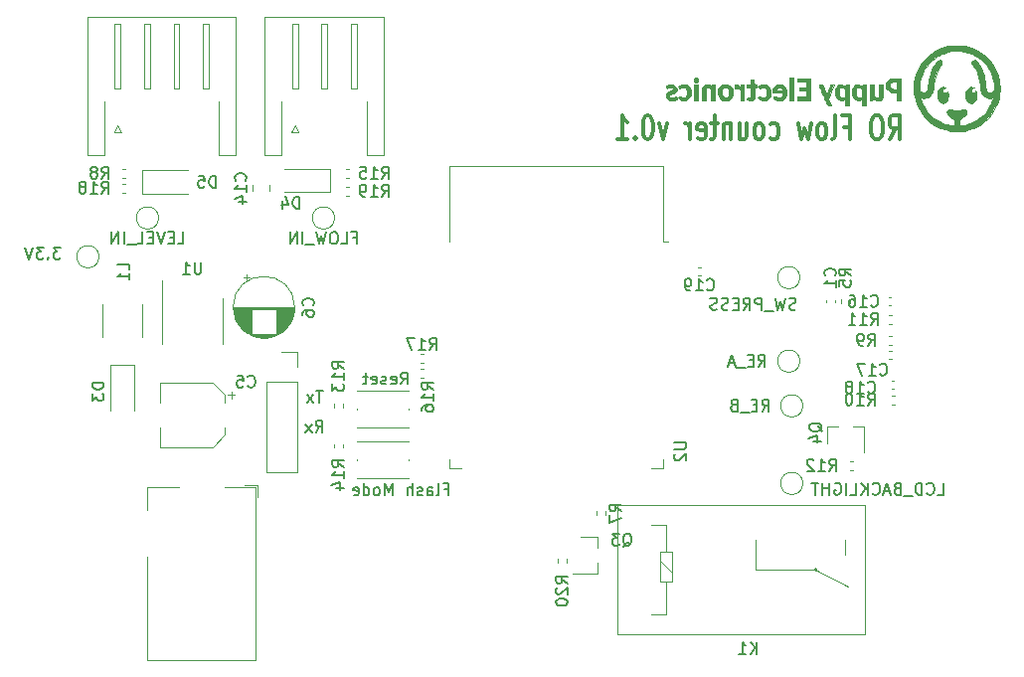
<source format=gbr>
%TF.GenerationSoftware,KiCad,Pcbnew,(5.1.10-1-10_14)*%
%TF.CreationDate,2022-07-31T12:18:55+02:00*%
%TF.ProjectId,RO Flow Counter,524f2046-6c6f-4772-9043-6f756e746572,rev?*%
%TF.SameCoordinates,Original*%
%TF.FileFunction,Legend,Bot*%
%TF.FilePolarity,Positive*%
%FSLAX46Y46*%
G04 Gerber Fmt 4.6, Leading zero omitted, Abs format (unit mm)*
G04 Created by KiCad (PCBNEW (5.1.10-1-10_14)) date 2022-07-31 12:18:55*
%MOMM*%
%LPD*%
G01*
G04 APERTURE LIST*
%ADD10C,0.375000*%
%ADD11C,0.150000*%
%ADD12C,0.010000*%
%ADD13C,0.120000*%
G04 APERTURE END LIST*
D10*
X202623142Y-65420761D02*
X203123142Y-64468380D01*
X203480285Y-65420761D02*
X203480285Y-63420761D01*
X202908857Y-63420761D01*
X202766000Y-63516000D01*
X202694571Y-63611238D01*
X202623142Y-63801714D01*
X202623142Y-64087428D01*
X202694571Y-64277904D01*
X202766000Y-64373142D01*
X202908857Y-64468380D01*
X203480285Y-64468380D01*
X201694571Y-63420761D02*
X201408857Y-63420761D01*
X201266000Y-63516000D01*
X201123142Y-63706476D01*
X201051714Y-64087428D01*
X201051714Y-64754095D01*
X201123142Y-65135047D01*
X201266000Y-65325523D01*
X201408857Y-65420761D01*
X201694571Y-65420761D01*
X201837428Y-65325523D01*
X201980285Y-65135047D01*
X202051714Y-64754095D01*
X202051714Y-64087428D01*
X201980285Y-63706476D01*
X201837428Y-63516000D01*
X201694571Y-63420761D01*
X198766000Y-64373142D02*
X199266000Y-64373142D01*
X199266000Y-65420761D02*
X199266000Y-63420761D01*
X198551714Y-63420761D01*
X197766000Y-65420761D02*
X197908857Y-65325523D01*
X197980285Y-65135047D01*
X197980285Y-63420761D01*
X196980285Y-65420761D02*
X197123142Y-65325523D01*
X197194571Y-65230285D01*
X197266000Y-65039809D01*
X197266000Y-64468380D01*
X197194571Y-64277904D01*
X197123142Y-64182666D01*
X196980285Y-64087428D01*
X196766000Y-64087428D01*
X196623142Y-64182666D01*
X196551714Y-64277904D01*
X196480285Y-64468380D01*
X196480285Y-65039809D01*
X196551714Y-65230285D01*
X196623142Y-65325523D01*
X196766000Y-65420761D01*
X196980285Y-65420761D01*
X195980285Y-64087428D02*
X195694571Y-65420761D01*
X195408857Y-64468380D01*
X195123142Y-65420761D01*
X194837428Y-64087428D01*
X192480285Y-65325523D02*
X192623142Y-65420761D01*
X192908857Y-65420761D01*
X193051714Y-65325523D01*
X193123142Y-65230285D01*
X193194571Y-65039809D01*
X193194571Y-64468380D01*
X193123142Y-64277904D01*
X193051714Y-64182666D01*
X192908857Y-64087428D01*
X192623142Y-64087428D01*
X192480285Y-64182666D01*
X191623142Y-65420761D02*
X191766000Y-65325523D01*
X191837428Y-65230285D01*
X191908857Y-65039809D01*
X191908857Y-64468380D01*
X191837428Y-64277904D01*
X191766000Y-64182666D01*
X191623142Y-64087428D01*
X191408857Y-64087428D01*
X191266000Y-64182666D01*
X191194571Y-64277904D01*
X191123142Y-64468380D01*
X191123142Y-65039809D01*
X191194571Y-65230285D01*
X191266000Y-65325523D01*
X191408857Y-65420761D01*
X191623142Y-65420761D01*
X189837428Y-64087428D02*
X189837428Y-65420761D01*
X190480285Y-64087428D02*
X190480285Y-65135047D01*
X190408857Y-65325523D01*
X190266000Y-65420761D01*
X190051714Y-65420761D01*
X189908857Y-65325523D01*
X189837428Y-65230285D01*
X189123142Y-64087428D02*
X189123142Y-65420761D01*
X189123142Y-64277904D02*
X189051714Y-64182666D01*
X188908857Y-64087428D01*
X188694571Y-64087428D01*
X188551714Y-64182666D01*
X188480285Y-64373142D01*
X188480285Y-65420761D01*
X187980285Y-64087428D02*
X187408857Y-64087428D01*
X187766000Y-63420761D02*
X187766000Y-65135047D01*
X187694571Y-65325523D01*
X187551714Y-65420761D01*
X187408857Y-65420761D01*
X186337428Y-65325523D02*
X186480285Y-65420761D01*
X186766000Y-65420761D01*
X186908857Y-65325523D01*
X186980285Y-65135047D01*
X186980285Y-64373142D01*
X186908857Y-64182666D01*
X186766000Y-64087428D01*
X186480285Y-64087428D01*
X186337428Y-64182666D01*
X186266000Y-64373142D01*
X186266000Y-64563619D01*
X186980285Y-64754095D01*
X185623142Y-65420761D02*
X185623142Y-64087428D01*
X185623142Y-64468380D02*
X185551714Y-64277904D01*
X185480285Y-64182666D01*
X185337428Y-64087428D01*
X185194571Y-64087428D01*
X183694571Y-64087428D02*
X183337428Y-65420761D01*
X182980285Y-64087428D01*
X182123142Y-63420761D02*
X181980285Y-63420761D01*
X181837428Y-63516000D01*
X181766000Y-63611238D01*
X181694571Y-63801714D01*
X181623142Y-64182666D01*
X181623142Y-64658857D01*
X181694571Y-65039809D01*
X181766000Y-65230285D01*
X181837428Y-65325523D01*
X181980285Y-65420761D01*
X182123142Y-65420761D01*
X182266000Y-65325523D01*
X182337428Y-65230285D01*
X182408857Y-65039809D01*
X182480285Y-64658857D01*
X182480285Y-64182666D01*
X182408857Y-63801714D01*
X182337428Y-63611238D01*
X182266000Y-63516000D01*
X182123142Y-63420761D01*
X180980285Y-65230285D02*
X180908857Y-65325523D01*
X180980285Y-65420761D01*
X181051714Y-65325523D01*
X180980285Y-65230285D01*
X180980285Y-65420761D01*
X179480285Y-65420761D02*
X180337428Y-65420761D01*
X179908857Y-65420761D02*
X179908857Y-63420761D01*
X180051714Y-63706476D01*
X180194571Y-63896952D01*
X180337428Y-63992190D01*
D11*
X153765238Y-90368380D02*
X154098571Y-89892190D01*
X154336666Y-90368380D02*
X154336666Y-89368380D01*
X153955714Y-89368380D01*
X153860476Y-89416000D01*
X153812857Y-89463619D01*
X153765238Y-89558857D01*
X153765238Y-89701714D01*
X153812857Y-89796952D01*
X153860476Y-89844571D01*
X153955714Y-89892190D01*
X154336666Y-89892190D01*
X153431904Y-90368380D02*
X152908095Y-89701714D01*
X153431904Y-89701714D02*
X152908095Y-90368380D01*
X154360476Y-86828380D02*
X153789047Y-86828380D01*
X154074761Y-87828380D02*
X154074761Y-86828380D01*
X153550952Y-87828380D02*
X153027142Y-87161714D01*
X153550952Y-87161714D02*
X153027142Y-87828380D01*
D12*
%TO.C,G\u002A\u002A\u002A*%
G36*
X208204032Y-57436489D02*
G01*
X208076750Y-57438488D01*
X207973848Y-57442679D01*
X207886356Y-57449704D01*
X207805302Y-57460204D01*
X207721715Y-57474817D01*
X207666166Y-57485920D01*
X207276350Y-57587084D01*
X206905631Y-57725357D01*
X206555789Y-57899476D01*
X206228605Y-58108181D01*
X205925859Y-58350210D01*
X205649330Y-58624302D01*
X205400800Y-58929197D01*
X205200139Y-59232913D01*
X205021261Y-59573154D01*
X204882428Y-59925756D01*
X204783342Y-60291825D01*
X204723706Y-60672468D01*
X204703223Y-61068791D01*
X204703213Y-61083811D01*
X204716017Y-61431253D01*
X204755024Y-61753281D01*
X204822303Y-62059261D01*
X204919919Y-62358559D01*
X205049940Y-62660540D01*
X205052328Y-62665513D01*
X205241911Y-63012010D01*
X205463995Y-63332435D01*
X205716536Y-63625191D01*
X205997490Y-63888677D01*
X206304813Y-64121294D01*
X206636464Y-64321442D01*
X206990397Y-64487523D01*
X207364570Y-64617936D01*
X207634416Y-64686493D01*
X207771468Y-64709358D01*
X207939554Y-64726652D01*
X208127889Y-64738194D01*
X208325689Y-64743804D01*
X208522171Y-64743299D01*
X208706549Y-64736500D01*
X208868039Y-64723226D01*
X208967916Y-64708863D01*
X209363147Y-64615850D01*
X209738931Y-64485622D01*
X210093896Y-64319077D01*
X210426669Y-64117115D01*
X210735876Y-63880635D01*
X211020145Y-63610536D01*
X211278102Y-63307717D01*
X211428300Y-63097833D01*
X211586683Y-62831315D01*
X211727537Y-62535025D01*
X211846622Y-62219386D01*
X211939696Y-61894820D01*
X211966618Y-61774916D01*
X211983475Y-61688045D01*
X211995970Y-61607254D01*
X212004726Y-61523696D01*
X212010361Y-61428524D01*
X212013496Y-61312890D01*
X212014753Y-61167948D01*
X212014871Y-61087000D01*
X212014675Y-61032692D01*
X211560420Y-61032692D01*
X211545115Y-61173183D01*
X211499267Y-61286518D01*
X211424494Y-61370741D01*
X211322411Y-61423895D01*
X211221653Y-61442772D01*
X211109959Y-61439519D01*
X211019974Y-61407809D01*
X210937941Y-61342302D01*
X210923422Y-61327014D01*
X210872723Y-61257377D01*
X210840423Y-61174084D01*
X210823812Y-61067439D01*
X210820000Y-60956702D01*
X210809930Y-60760196D01*
X210781279Y-60536814D01*
X210736381Y-60296486D01*
X210677574Y-60049139D01*
X210607192Y-59804703D01*
X210527572Y-59573105D01*
X210449971Y-59383907D01*
X210376608Y-59236185D01*
X210293369Y-59094582D01*
X210204898Y-58965152D01*
X210115840Y-58853947D01*
X210030842Y-58767022D01*
X209954548Y-58710429D01*
X209921817Y-58695629D01*
X209833462Y-58686424D01*
X209751218Y-58712905D01*
X209683508Y-58768486D01*
X209638754Y-58846582D01*
X209625045Y-58927672D01*
X209630983Y-58976873D01*
X209652904Y-59025577D01*
X209696967Y-59085314D01*
X209729546Y-59123284D01*
X209871603Y-59312082D01*
X209998183Y-59537207D01*
X210108121Y-59795148D01*
X210200255Y-60082393D01*
X210273422Y-60395429D01*
X210326459Y-60730744D01*
X210353155Y-61006211D01*
X210363069Y-61130882D01*
X210373670Y-61223953D01*
X210387045Y-61296133D01*
X210405281Y-61358131D01*
X210430464Y-61420657D01*
X210436555Y-61434251D01*
X210526268Y-61585542D01*
X210644443Y-61713649D01*
X210784580Y-61814996D01*
X210940179Y-61886007D01*
X211104741Y-61923107D01*
X211271764Y-61922720D01*
X211312995Y-61916374D01*
X211381371Y-61904876D01*
X211430707Y-61898870D01*
X211448873Y-61899317D01*
X211447654Y-61924069D01*
X211432683Y-61979685D01*
X211406918Y-62058133D01*
X211373315Y-62151381D01*
X211334831Y-62251396D01*
X211294423Y-62350147D01*
X211255049Y-62439601D01*
X211232928Y-62485916D01*
X211050776Y-62806363D01*
X210837424Y-63100670D01*
X210595521Y-63366931D01*
X210327715Y-63603241D01*
X210036657Y-63807692D01*
X209724993Y-63978380D01*
X209395374Y-64113399D01*
X209050449Y-64210842D01*
X208766833Y-64260262D01*
X208693929Y-64269649D01*
X208638368Y-64276977D01*
X208613375Y-64280482D01*
X208607564Y-64261628D01*
X208602708Y-64208078D01*
X208599237Y-64127467D01*
X208597580Y-64027427D01*
X208597500Y-63998843D01*
X208597927Y-63883791D01*
X208599853Y-63804128D01*
X208604240Y-63752909D01*
X208612053Y-63723191D01*
X208624257Y-63708033D01*
X208638800Y-63701411D01*
X208689624Y-63677496D01*
X208762413Y-63633702D01*
X208846691Y-63577343D01*
X208931979Y-63515734D01*
X209007801Y-63456190D01*
X209063678Y-63406026D01*
X209067425Y-63402165D01*
X209144557Y-63302781D01*
X209190170Y-63203659D01*
X209205199Y-63110383D01*
X209190582Y-63028536D01*
X209147255Y-62963698D01*
X209076155Y-62921454D01*
X208984391Y-62907333D01*
X208926030Y-62909958D01*
X208837924Y-62917095D01*
X208732287Y-62927636D01*
X208627412Y-62939719D01*
X208507171Y-62953443D01*
X208412377Y-62960491D01*
X208326675Y-62960864D01*
X208233708Y-62954561D01*
X208117120Y-62941583D01*
X208101921Y-62939719D01*
X207927282Y-62920283D01*
X207791611Y-62909961D01*
X207692557Y-62908661D01*
X207627766Y-62916290D01*
X207614198Y-62920481D01*
X207573501Y-62955115D01*
X207539738Y-63016807D01*
X207520206Y-63090283D01*
X207518000Y-63121849D01*
X207538709Y-63228338D01*
X207599460Y-63336912D01*
X207698188Y-63445272D01*
X207832831Y-63551121D01*
X207987714Y-63644884D01*
X208131115Y-63722250D01*
X208131833Y-64277966D01*
X208031291Y-64267951D01*
X207908488Y-64251225D01*
X207762087Y-64224442D01*
X207608574Y-64191159D01*
X207464433Y-64154935D01*
X207352140Y-64121356D01*
X207024272Y-63989598D01*
X206712081Y-63821086D01*
X206419329Y-63619153D01*
X206149779Y-63387130D01*
X205907194Y-63128347D01*
X205695336Y-62846136D01*
X205517967Y-62543829D01*
X205477763Y-62461918D01*
X205436392Y-62369309D01*
X205394723Y-62267686D01*
X205355536Y-62164945D01*
X205321614Y-62068979D01*
X205295737Y-61987683D01*
X205280689Y-61928952D01*
X205279251Y-61900681D01*
X205279766Y-61900011D01*
X205304036Y-61898768D01*
X205356266Y-61905755D01*
X205401047Y-61914416D01*
X205559341Y-61927721D01*
X205722024Y-61904298D01*
X205880644Y-61847759D01*
X206026750Y-61761712D01*
X206151888Y-61649768D01*
X206217401Y-61565704D01*
X206268374Y-61480790D01*
X206306702Y-61394894D01*
X206334805Y-61298754D01*
X206355105Y-61183109D01*
X206370023Y-61038696D01*
X206375748Y-60960000D01*
X206405129Y-60669597D01*
X206453557Y-60383587D01*
X206519133Y-60107690D01*
X206599956Y-59847625D01*
X206694128Y-59609114D01*
X206799747Y-59397878D01*
X206914915Y-59219637D01*
X206980575Y-59138931D01*
X207038852Y-59070968D01*
X207073233Y-59021237D01*
X207089788Y-58978064D01*
X207094584Y-58929776D01*
X207094666Y-58919471D01*
X207076857Y-58820430D01*
X207024935Y-58745165D01*
X206941158Y-58696909D01*
X206938634Y-58696063D01*
X206865481Y-58684536D01*
X206793571Y-58702380D01*
X206715148Y-58752628D01*
X206653448Y-58807521D01*
X206525498Y-58953779D01*
X206404108Y-59137331D01*
X206291109Y-59353400D01*
X206188330Y-59597214D01*
X206097600Y-59863995D01*
X206020749Y-60148970D01*
X205959607Y-60447364D01*
X205919584Y-60722910D01*
X205907287Y-60836706D01*
X205897247Y-60946133D01*
X205890522Y-61038506D01*
X205888166Y-61099615D01*
X205869682Y-61216332D01*
X205813352Y-61315976D01*
X205718329Y-61400558D01*
X205630628Y-61437217D01*
X205525986Y-61446874D01*
X205419371Y-61430344D01*
X205325753Y-61388442D01*
X205311603Y-61378395D01*
X205253205Y-61327264D01*
X205212309Y-61272121D01*
X205186660Y-61204969D01*
X205174008Y-61117813D01*
X205172101Y-61002659D01*
X205176139Y-60897474D01*
X205215365Y-60541246D01*
X205294683Y-60194601D01*
X205412363Y-59860561D01*
X205566675Y-59542148D01*
X205755889Y-59242385D01*
X205978276Y-58964293D01*
X206232106Y-58710894D01*
X206515649Y-58485211D01*
X206583845Y-58438238D01*
X206719170Y-58349654D01*
X206834092Y-58280152D01*
X206941643Y-58222847D01*
X207054852Y-58170855D01*
X207186750Y-58117288D01*
X207203644Y-58110740D01*
X207551775Y-57998456D01*
X207906662Y-57926912D01*
X208264946Y-57895938D01*
X208623270Y-57905364D01*
X208978276Y-57955018D01*
X209326606Y-58044730D01*
X209664902Y-58174329D01*
X209808188Y-58243166D01*
X210127213Y-58429551D01*
X210418976Y-58647599D01*
X210681884Y-58895312D01*
X210914346Y-59170692D01*
X211114770Y-59471740D01*
X211281565Y-59796459D01*
X211413138Y-60142850D01*
X211465176Y-60323382D01*
X211489612Y-60434228D01*
X211513175Y-60570031D01*
X211533900Y-60716164D01*
X211549824Y-60857998D01*
X211558983Y-60980906D01*
X211560420Y-61032692D01*
X212014675Y-61032692D01*
X212014286Y-60925258D01*
X212012119Y-60796994D01*
X212007747Y-60693364D01*
X212000551Y-60605524D01*
X211989908Y-60524630D01*
X211975198Y-60441837D01*
X211966563Y-60399083D01*
X211866148Y-60014525D01*
X211728955Y-59647235D01*
X211556824Y-59299594D01*
X211351595Y-58973985D01*
X211115109Y-58672788D01*
X210849204Y-58398387D01*
X210555723Y-58153163D01*
X210236503Y-57939498D01*
X209947071Y-57784840D01*
X209638492Y-57654842D01*
X209310204Y-57548017D01*
X209052583Y-57484873D01*
X208965814Y-57467925D01*
X208885199Y-57455349D01*
X208801897Y-57446518D01*
X208707065Y-57440805D01*
X208591862Y-57437581D01*
X208447446Y-57436220D01*
X208364666Y-57436043D01*
X208204032Y-57436489D01*
G37*
X208204032Y-57436489D02*
X208076750Y-57438488D01*
X207973848Y-57442679D01*
X207886356Y-57449704D01*
X207805302Y-57460204D01*
X207721715Y-57474817D01*
X207666166Y-57485920D01*
X207276350Y-57587084D01*
X206905631Y-57725357D01*
X206555789Y-57899476D01*
X206228605Y-58108181D01*
X205925859Y-58350210D01*
X205649330Y-58624302D01*
X205400800Y-58929197D01*
X205200139Y-59232913D01*
X205021261Y-59573154D01*
X204882428Y-59925756D01*
X204783342Y-60291825D01*
X204723706Y-60672468D01*
X204703223Y-61068791D01*
X204703213Y-61083811D01*
X204716017Y-61431253D01*
X204755024Y-61753281D01*
X204822303Y-62059261D01*
X204919919Y-62358559D01*
X205049940Y-62660540D01*
X205052328Y-62665513D01*
X205241911Y-63012010D01*
X205463995Y-63332435D01*
X205716536Y-63625191D01*
X205997490Y-63888677D01*
X206304813Y-64121294D01*
X206636464Y-64321442D01*
X206990397Y-64487523D01*
X207364570Y-64617936D01*
X207634416Y-64686493D01*
X207771468Y-64709358D01*
X207939554Y-64726652D01*
X208127889Y-64738194D01*
X208325689Y-64743804D01*
X208522171Y-64743299D01*
X208706549Y-64736500D01*
X208868039Y-64723226D01*
X208967916Y-64708863D01*
X209363147Y-64615850D01*
X209738931Y-64485622D01*
X210093896Y-64319077D01*
X210426669Y-64117115D01*
X210735876Y-63880635D01*
X211020145Y-63610536D01*
X211278102Y-63307717D01*
X211428300Y-63097833D01*
X211586683Y-62831315D01*
X211727537Y-62535025D01*
X211846622Y-62219386D01*
X211939696Y-61894820D01*
X211966618Y-61774916D01*
X211983475Y-61688045D01*
X211995970Y-61607254D01*
X212004726Y-61523696D01*
X212010361Y-61428524D01*
X212013496Y-61312890D01*
X212014753Y-61167948D01*
X212014871Y-61087000D01*
X212014675Y-61032692D01*
X211560420Y-61032692D01*
X211545115Y-61173183D01*
X211499267Y-61286518D01*
X211424494Y-61370741D01*
X211322411Y-61423895D01*
X211221653Y-61442772D01*
X211109959Y-61439519D01*
X211019974Y-61407809D01*
X210937941Y-61342302D01*
X210923422Y-61327014D01*
X210872723Y-61257377D01*
X210840423Y-61174084D01*
X210823812Y-61067439D01*
X210820000Y-60956702D01*
X210809930Y-60760196D01*
X210781279Y-60536814D01*
X210736381Y-60296486D01*
X210677574Y-60049139D01*
X210607192Y-59804703D01*
X210527572Y-59573105D01*
X210449971Y-59383907D01*
X210376608Y-59236185D01*
X210293369Y-59094582D01*
X210204898Y-58965152D01*
X210115840Y-58853947D01*
X210030842Y-58767022D01*
X209954548Y-58710429D01*
X209921817Y-58695629D01*
X209833462Y-58686424D01*
X209751218Y-58712905D01*
X209683508Y-58768486D01*
X209638754Y-58846582D01*
X209625045Y-58927672D01*
X209630983Y-58976873D01*
X209652904Y-59025577D01*
X209696967Y-59085314D01*
X209729546Y-59123284D01*
X209871603Y-59312082D01*
X209998183Y-59537207D01*
X210108121Y-59795148D01*
X210200255Y-60082393D01*
X210273422Y-60395429D01*
X210326459Y-60730744D01*
X210353155Y-61006211D01*
X210363069Y-61130882D01*
X210373670Y-61223953D01*
X210387045Y-61296133D01*
X210405281Y-61358131D01*
X210430464Y-61420657D01*
X210436555Y-61434251D01*
X210526268Y-61585542D01*
X210644443Y-61713649D01*
X210784580Y-61814996D01*
X210940179Y-61886007D01*
X211104741Y-61923107D01*
X211271764Y-61922720D01*
X211312995Y-61916374D01*
X211381371Y-61904876D01*
X211430707Y-61898870D01*
X211448873Y-61899317D01*
X211447654Y-61924069D01*
X211432683Y-61979685D01*
X211406918Y-62058133D01*
X211373315Y-62151381D01*
X211334831Y-62251396D01*
X211294423Y-62350147D01*
X211255049Y-62439601D01*
X211232928Y-62485916D01*
X211050776Y-62806363D01*
X210837424Y-63100670D01*
X210595521Y-63366931D01*
X210327715Y-63603241D01*
X210036657Y-63807692D01*
X209724993Y-63978380D01*
X209395374Y-64113399D01*
X209050449Y-64210842D01*
X208766833Y-64260262D01*
X208693929Y-64269649D01*
X208638368Y-64276977D01*
X208613375Y-64280482D01*
X208607564Y-64261628D01*
X208602708Y-64208078D01*
X208599237Y-64127467D01*
X208597580Y-64027427D01*
X208597500Y-63998843D01*
X208597927Y-63883791D01*
X208599853Y-63804128D01*
X208604240Y-63752909D01*
X208612053Y-63723191D01*
X208624257Y-63708033D01*
X208638800Y-63701411D01*
X208689624Y-63677496D01*
X208762413Y-63633702D01*
X208846691Y-63577343D01*
X208931979Y-63515734D01*
X209007801Y-63456190D01*
X209063678Y-63406026D01*
X209067425Y-63402165D01*
X209144557Y-63302781D01*
X209190170Y-63203659D01*
X209205199Y-63110383D01*
X209190582Y-63028536D01*
X209147255Y-62963698D01*
X209076155Y-62921454D01*
X208984391Y-62907333D01*
X208926030Y-62909958D01*
X208837924Y-62917095D01*
X208732287Y-62927636D01*
X208627412Y-62939719D01*
X208507171Y-62953443D01*
X208412377Y-62960491D01*
X208326675Y-62960864D01*
X208233708Y-62954561D01*
X208117120Y-62941583D01*
X208101921Y-62939719D01*
X207927282Y-62920283D01*
X207791611Y-62909961D01*
X207692557Y-62908661D01*
X207627766Y-62916290D01*
X207614198Y-62920481D01*
X207573501Y-62955115D01*
X207539738Y-63016807D01*
X207520206Y-63090283D01*
X207518000Y-63121849D01*
X207538709Y-63228338D01*
X207599460Y-63336912D01*
X207698188Y-63445272D01*
X207832831Y-63551121D01*
X207987714Y-63644884D01*
X208131115Y-63722250D01*
X208131833Y-64277966D01*
X208031291Y-64267951D01*
X207908488Y-64251225D01*
X207762087Y-64224442D01*
X207608574Y-64191159D01*
X207464433Y-64154935D01*
X207352140Y-64121356D01*
X207024272Y-63989598D01*
X206712081Y-63821086D01*
X206419329Y-63619153D01*
X206149779Y-63387130D01*
X205907194Y-63128347D01*
X205695336Y-62846136D01*
X205517967Y-62543829D01*
X205477763Y-62461918D01*
X205436392Y-62369309D01*
X205394723Y-62267686D01*
X205355536Y-62164945D01*
X205321614Y-62068979D01*
X205295737Y-61987683D01*
X205280689Y-61928952D01*
X205279251Y-61900681D01*
X205279766Y-61900011D01*
X205304036Y-61898768D01*
X205356266Y-61905755D01*
X205401047Y-61914416D01*
X205559341Y-61927721D01*
X205722024Y-61904298D01*
X205880644Y-61847759D01*
X206026750Y-61761712D01*
X206151888Y-61649768D01*
X206217401Y-61565704D01*
X206268374Y-61480790D01*
X206306702Y-61394894D01*
X206334805Y-61298754D01*
X206355105Y-61183109D01*
X206370023Y-61038696D01*
X206375748Y-60960000D01*
X206405129Y-60669597D01*
X206453557Y-60383587D01*
X206519133Y-60107690D01*
X206599956Y-59847625D01*
X206694128Y-59609114D01*
X206799747Y-59397878D01*
X206914915Y-59219637D01*
X206980575Y-59138931D01*
X207038852Y-59070968D01*
X207073233Y-59021237D01*
X207089788Y-58978064D01*
X207094584Y-58929776D01*
X207094666Y-58919471D01*
X207076857Y-58820430D01*
X207024935Y-58745165D01*
X206941158Y-58696909D01*
X206938634Y-58696063D01*
X206865481Y-58684536D01*
X206793571Y-58702380D01*
X206715148Y-58752628D01*
X206653448Y-58807521D01*
X206525498Y-58953779D01*
X206404108Y-59137331D01*
X206291109Y-59353400D01*
X206188330Y-59597214D01*
X206097600Y-59863995D01*
X206020749Y-60148970D01*
X205959607Y-60447364D01*
X205919584Y-60722910D01*
X205907287Y-60836706D01*
X205897247Y-60946133D01*
X205890522Y-61038506D01*
X205888166Y-61099615D01*
X205869682Y-61216332D01*
X205813352Y-61315976D01*
X205718329Y-61400558D01*
X205630628Y-61437217D01*
X205525986Y-61446874D01*
X205419371Y-61430344D01*
X205325753Y-61388442D01*
X205311603Y-61378395D01*
X205253205Y-61327264D01*
X205212309Y-61272121D01*
X205186660Y-61204969D01*
X205174008Y-61117813D01*
X205172101Y-61002659D01*
X205176139Y-60897474D01*
X205215365Y-60541246D01*
X205294683Y-60194601D01*
X205412363Y-59860561D01*
X205566675Y-59542148D01*
X205755889Y-59242385D01*
X205978276Y-58964293D01*
X206232106Y-58710894D01*
X206515649Y-58485211D01*
X206583845Y-58438238D01*
X206719170Y-58349654D01*
X206834092Y-58280152D01*
X206941643Y-58222847D01*
X207054852Y-58170855D01*
X207186750Y-58117288D01*
X207203644Y-58110740D01*
X207551775Y-57998456D01*
X207906662Y-57926912D01*
X208264946Y-57895938D01*
X208623270Y-57905364D01*
X208978276Y-57955018D01*
X209326606Y-58044730D01*
X209664902Y-58174329D01*
X209808188Y-58243166D01*
X210127213Y-58429551D01*
X210418976Y-58647599D01*
X210681884Y-58895312D01*
X210914346Y-59170692D01*
X211114770Y-59471740D01*
X211281565Y-59796459D01*
X211413138Y-60142850D01*
X211465176Y-60323382D01*
X211489612Y-60434228D01*
X211513175Y-60570031D01*
X211533900Y-60716164D01*
X211549824Y-60857998D01*
X211558983Y-60980906D01*
X211560420Y-61032692D01*
X212014675Y-61032692D01*
X212014286Y-60925258D01*
X212012119Y-60796994D01*
X212007747Y-60693364D01*
X212000551Y-60605524D01*
X211989908Y-60524630D01*
X211975198Y-60441837D01*
X211966563Y-60399083D01*
X211866148Y-60014525D01*
X211728955Y-59647235D01*
X211556824Y-59299594D01*
X211351595Y-58973985D01*
X211115109Y-58672788D01*
X210849204Y-58398387D01*
X210555723Y-58153163D01*
X210236503Y-57939498D01*
X209947071Y-57784840D01*
X209638492Y-57654842D01*
X209310204Y-57548017D01*
X209052583Y-57484873D01*
X208965814Y-57467925D01*
X208885199Y-57455349D01*
X208801897Y-57446518D01*
X208707065Y-57440805D01*
X208591862Y-57437581D01*
X208447446Y-57436220D01*
X208364666Y-57436043D01*
X208204032Y-57436489D01*
G36*
X199794539Y-60772078D02*
G01*
X199702233Y-60806128D01*
X199617415Y-60870804D01*
X199576276Y-60913415D01*
X199503578Y-61014697D01*
X199455526Y-61133538D01*
X199429997Y-61277100D01*
X199424435Y-61425666D01*
X199432481Y-61576089D01*
X199455752Y-61698499D01*
X199497705Y-61805548D01*
X199553424Y-61897963D01*
X199640986Y-61991736D01*
X199751309Y-62060498D01*
X199875047Y-62102164D01*
X200002851Y-62114649D01*
X200125374Y-62095866D01*
X200226838Y-62048204D01*
X200300166Y-61998442D01*
X200300166Y-62526333D01*
X200617666Y-62526333D01*
X200617666Y-61154885D01*
X200300166Y-61154885D01*
X200300166Y-61456328D01*
X200299629Y-61576912D01*
X200297443Y-61662412D01*
X200292751Y-61720071D01*
X200284692Y-61757132D01*
X200272407Y-61780837D01*
X200260108Y-61794025D01*
X200181128Y-61839765D01*
X200083324Y-61859805D01*
X199982202Y-61853215D01*
X199893269Y-61819063D01*
X199888931Y-61816295D01*
X199829034Y-61755042D01*
X199788334Y-61661203D01*
X199766161Y-61532614D01*
X199761302Y-61404886D01*
X199764387Y-61292532D01*
X199773425Y-61212274D01*
X199789831Y-61154120D01*
X199799749Y-61132957D01*
X199859208Y-61062151D01*
X199940353Y-61021105D01*
X200033896Y-61010722D01*
X200130552Y-61031906D01*
X200221032Y-61085559D01*
X200227795Y-61091342D01*
X200300166Y-61154885D01*
X200617666Y-61154885D01*
X200617666Y-60788646D01*
X200486640Y-60794948D01*
X200414595Y-60799500D01*
X200373661Y-60808161D01*
X200352645Y-60826614D01*
X200340356Y-60860542D01*
X200337735Y-60870555D01*
X200319856Y-60939861D01*
X200251803Y-60888929D01*
X200146492Y-60819494D01*
X200050321Y-60779422D01*
X199948412Y-60763219D01*
X199908583Y-60762170D01*
X199794539Y-60772078D01*
G37*
X199794539Y-60772078D02*
X199702233Y-60806128D01*
X199617415Y-60870804D01*
X199576276Y-60913415D01*
X199503578Y-61014697D01*
X199455526Y-61133538D01*
X199429997Y-61277100D01*
X199424435Y-61425666D01*
X199432481Y-61576089D01*
X199455752Y-61698499D01*
X199497705Y-61805548D01*
X199553424Y-61897963D01*
X199640986Y-61991736D01*
X199751309Y-62060498D01*
X199875047Y-62102164D01*
X200002851Y-62114649D01*
X200125374Y-62095866D01*
X200226838Y-62048204D01*
X200300166Y-61998442D01*
X200300166Y-62526333D01*
X200617666Y-62526333D01*
X200617666Y-61154885D01*
X200300166Y-61154885D01*
X200300166Y-61456328D01*
X200299629Y-61576912D01*
X200297443Y-61662412D01*
X200292751Y-61720071D01*
X200284692Y-61757132D01*
X200272407Y-61780837D01*
X200260108Y-61794025D01*
X200181128Y-61839765D01*
X200083324Y-61859805D01*
X199982202Y-61853215D01*
X199893269Y-61819063D01*
X199888931Y-61816295D01*
X199829034Y-61755042D01*
X199788334Y-61661203D01*
X199766161Y-61532614D01*
X199761302Y-61404886D01*
X199764387Y-61292532D01*
X199773425Y-61212274D01*
X199789831Y-61154120D01*
X199799749Y-61132957D01*
X199859208Y-61062151D01*
X199940353Y-61021105D01*
X200033896Y-61010722D01*
X200130552Y-61031906D01*
X200221032Y-61085559D01*
X200227795Y-61091342D01*
X200300166Y-61154885D01*
X200617666Y-61154885D01*
X200617666Y-60788646D01*
X200486640Y-60794948D01*
X200414595Y-60799500D01*
X200373661Y-60808161D01*
X200352645Y-60826614D01*
X200340356Y-60860542D01*
X200337735Y-60870555D01*
X200319856Y-60939861D01*
X200251803Y-60888929D01*
X200146492Y-60819494D01*
X200050321Y-60779422D01*
X199948412Y-60763219D01*
X199908583Y-60762170D01*
X199794539Y-60772078D01*
G36*
X198355206Y-60772078D02*
G01*
X198262900Y-60806128D01*
X198178081Y-60870804D01*
X198136942Y-60913415D01*
X198064244Y-61014697D01*
X198016193Y-61133538D01*
X197990663Y-61277100D01*
X197985102Y-61425666D01*
X197993147Y-61576089D01*
X198016419Y-61698499D01*
X198058372Y-61805548D01*
X198114090Y-61897963D01*
X198201652Y-61991736D01*
X198311976Y-62060498D01*
X198435714Y-62102164D01*
X198563518Y-62114649D01*
X198686040Y-62095866D01*
X198787504Y-62048204D01*
X198860833Y-61998442D01*
X198860833Y-62526333D01*
X199178333Y-62526333D01*
X199178333Y-61154885D01*
X198860833Y-61154885D01*
X198860833Y-61456328D01*
X198860296Y-61576912D01*
X198858110Y-61662412D01*
X198853417Y-61720071D01*
X198845358Y-61757132D01*
X198833074Y-61780837D01*
X198820774Y-61794025D01*
X198741794Y-61839765D01*
X198643991Y-61859805D01*
X198542869Y-61853215D01*
X198453936Y-61819063D01*
X198449598Y-61816295D01*
X198389701Y-61755042D01*
X198349001Y-61661203D01*
X198326828Y-61532614D01*
X198321968Y-61404886D01*
X198325053Y-61292532D01*
X198334092Y-61212274D01*
X198350498Y-61154120D01*
X198360416Y-61132957D01*
X198419874Y-61062151D01*
X198501019Y-61021105D01*
X198594563Y-61010722D01*
X198691219Y-61031906D01*
X198781699Y-61085559D01*
X198788462Y-61091342D01*
X198860833Y-61154885D01*
X199178333Y-61154885D01*
X199178333Y-60788646D01*
X199047307Y-60794948D01*
X198975262Y-60799500D01*
X198934328Y-60808161D01*
X198913312Y-60826614D01*
X198901022Y-60860542D01*
X198898402Y-60870555D01*
X198880523Y-60939861D01*
X198812470Y-60888929D01*
X198707158Y-60819494D01*
X198610988Y-60779422D01*
X198509079Y-60763219D01*
X198469250Y-60762170D01*
X198355206Y-60772078D01*
G37*
X198355206Y-60772078D02*
X198262900Y-60806128D01*
X198178081Y-60870804D01*
X198136942Y-60913415D01*
X198064244Y-61014697D01*
X198016193Y-61133538D01*
X197990663Y-61277100D01*
X197985102Y-61425666D01*
X197993147Y-61576089D01*
X198016419Y-61698499D01*
X198058372Y-61805548D01*
X198114090Y-61897963D01*
X198201652Y-61991736D01*
X198311976Y-62060498D01*
X198435714Y-62102164D01*
X198563518Y-62114649D01*
X198686040Y-62095866D01*
X198787504Y-62048204D01*
X198860833Y-61998442D01*
X198860833Y-62526333D01*
X199178333Y-62526333D01*
X199178333Y-61154885D01*
X198860833Y-61154885D01*
X198860833Y-61456328D01*
X198860296Y-61576912D01*
X198858110Y-61662412D01*
X198853417Y-61720071D01*
X198845358Y-61757132D01*
X198833074Y-61780837D01*
X198820774Y-61794025D01*
X198741794Y-61839765D01*
X198643991Y-61859805D01*
X198542869Y-61853215D01*
X198453936Y-61819063D01*
X198449598Y-61816295D01*
X198389701Y-61755042D01*
X198349001Y-61661203D01*
X198326828Y-61532614D01*
X198321968Y-61404886D01*
X198325053Y-61292532D01*
X198334092Y-61212274D01*
X198350498Y-61154120D01*
X198360416Y-61132957D01*
X198419874Y-61062151D01*
X198501019Y-61021105D01*
X198594563Y-61010722D01*
X198691219Y-61031906D01*
X198781699Y-61085559D01*
X198788462Y-61091342D01*
X198860833Y-61154885D01*
X199178333Y-61154885D01*
X199178333Y-60788646D01*
X199047307Y-60794948D01*
X198975262Y-60799500D01*
X198934328Y-60808161D01*
X198913312Y-60826614D01*
X198901022Y-60860542D01*
X198898402Y-60870555D01*
X198880523Y-60939861D01*
X198812470Y-60888929D01*
X198707158Y-60819494D01*
X198610988Y-60779422D01*
X198509079Y-60763219D01*
X198469250Y-60762170D01*
X198355206Y-60772078D01*
G36*
X196654938Y-60791623D02*
G01*
X196621230Y-60798552D01*
X196617166Y-60803368D01*
X196625234Y-60826452D01*
X196648042Y-60883476D01*
X196683496Y-60969538D01*
X196729501Y-61079735D01*
X196783963Y-61209164D01*
X196844789Y-61352924D01*
X196909884Y-61506112D01*
X196977153Y-61663826D01*
X197044504Y-61821163D01*
X197109841Y-61973221D01*
X197171071Y-62115097D01*
X197226099Y-62241889D01*
X197272832Y-62348695D01*
X197309174Y-62430613D01*
X197333033Y-62482739D01*
X197341860Y-62499875D01*
X197376857Y-62515557D01*
X197447512Y-62524545D01*
X197511023Y-62526333D01*
X197592028Y-62524231D01*
X197636318Y-62517225D01*
X197649335Y-62504266D01*
X197648301Y-62499875D01*
X197635609Y-62471216D01*
X197608857Y-62412745D01*
X197571967Y-62332976D01*
X197528869Y-62240448D01*
X197419999Y-62007479D01*
X197683666Y-61399073D01*
X197947333Y-60790666D01*
X197782258Y-60790666D01*
X197682277Y-60794339D01*
X197618105Y-60805029D01*
X197595759Y-60817125D01*
X197581666Y-60844149D01*
X197554779Y-60904197D01*
X197517806Y-60990897D01*
X197473453Y-61097879D01*
X197424429Y-61218773D01*
X197414132Y-61244485D01*
X197365671Y-61363091D01*
X197322040Y-61464834D01*
X197285680Y-61544429D01*
X197259032Y-61596593D01*
X197244538Y-61616041D01*
X197242989Y-61614902D01*
X197206298Y-61514461D01*
X197163742Y-61400851D01*
X197118028Y-61280981D01*
X197071865Y-61161760D01*
X197027963Y-61050096D01*
X196989030Y-60952900D01*
X196957773Y-60877080D01*
X196936903Y-60829545D01*
X196930221Y-60817125D01*
X196902667Y-60805838D01*
X196848841Y-60797094D01*
X196781263Y-60791444D01*
X196712456Y-60789437D01*
X196654938Y-60791623D01*
G37*
X196654938Y-60791623D02*
X196621230Y-60798552D01*
X196617166Y-60803368D01*
X196625234Y-60826452D01*
X196648042Y-60883476D01*
X196683496Y-60969538D01*
X196729501Y-61079735D01*
X196783963Y-61209164D01*
X196844789Y-61352924D01*
X196909884Y-61506112D01*
X196977153Y-61663826D01*
X197044504Y-61821163D01*
X197109841Y-61973221D01*
X197171071Y-62115097D01*
X197226099Y-62241889D01*
X197272832Y-62348695D01*
X197309174Y-62430613D01*
X197333033Y-62482739D01*
X197341860Y-62499875D01*
X197376857Y-62515557D01*
X197447512Y-62524545D01*
X197511023Y-62526333D01*
X197592028Y-62524231D01*
X197636318Y-62517225D01*
X197649335Y-62504266D01*
X197648301Y-62499875D01*
X197635609Y-62471216D01*
X197608857Y-62412745D01*
X197571967Y-62332976D01*
X197528869Y-62240448D01*
X197419999Y-62007479D01*
X197683666Y-61399073D01*
X197947333Y-60790666D01*
X197782258Y-60790666D01*
X197682277Y-60794339D01*
X197618105Y-60805029D01*
X197595759Y-60817125D01*
X197581666Y-60844149D01*
X197554779Y-60904197D01*
X197517806Y-60990897D01*
X197473453Y-61097879D01*
X197424429Y-61218773D01*
X197414132Y-61244485D01*
X197365671Y-61363091D01*
X197322040Y-61464834D01*
X197285680Y-61544429D01*
X197259032Y-61596593D01*
X197244538Y-61616041D01*
X197242989Y-61614902D01*
X197206298Y-61514461D01*
X197163742Y-61400851D01*
X197118028Y-61280981D01*
X197071865Y-61161760D01*
X197027963Y-61050096D01*
X196989030Y-60952900D01*
X196957773Y-60877080D01*
X196936903Y-60829545D01*
X196930221Y-60817125D01*
X196902667Y-60805838D01*
X196848841Y-60797094D01*
X196781263Y-60791444D01*
X196712456Y-60789437D01*
X196654938Y-60791623D01*
G36*
X201760666Y-61257724D02*
G01*
X201760144Y-61421754D01*
X201758054Y-61548993D01*
X201753613Y-61644978D01*
X201746039Y-61715243D01*
X201734546Y-61765324D01*
X201718353Y-61800758D01*
X201696676Y-61827079D01*
X201677834Y-61843035D01*
X201617604Y-61866331D01*
X201535554Y-61868547D01*
X201445851Y-61850895D01*
X201365651Y-61816357D01*
X201273833Y-61762548D01*
X201273833Y-60790666D01*
X200935166Y-60790666D01*
X200935166Y-62103000D01*
X201057933Y-62103000D01*
X201148863Y-62096625D01*
X201204199Y-62075782D01*
X201228977Y-62037892D01*
X201231500Y-62014100D01*
X201239650Y-61982113D01*
X201266740Y-61982105D01*
X201316732Y-62014282D01*
X201322658Y-62018896D01*
X201421683Y-62076431D01*
X201538213Y-62112761D01*
X201658910Y-62126013D01*
X201770442Y-62114310D01*
X201834750Y-62090880D01*
X201940448Y-62017661D01*
X202018171Y-61919016D01*
X202043593Y-61870166D01*
X202057971Y-61836015D01*
X202069069Y-61799059D01*
X202077432Y-61753159D01*
X202083603Y-61692171D01*
X202088126Y-61609954D01*
X202091545Y-61500367D01*
X202094404Y-61357267D01*
X202095614Y-61282791D01*
X202103294Y-60790666D01*
X201760666Y-60790666D01*
X201760666Y-61257724D01*
G37*
X201760666Y-61257724D02*
X201760144Y-61421754D01*
X201758054Y-61548993D01*
X201753613Y-61644978D01*
X201746039Y-61715243D01*
X201734546Y-61765324D01*
X201718353Y-61800758D01*
X201696676Y-61827079D01*
X201677834Y-61843035D01*
X201617604Y-61866331D01*
X201535554Y-61868547D01*
X201445851Y-61850895D01*
X201365651Y-61816357D01*
X201273833Y-61762548D01*
X201273833Y-60790666D01*
X200935166Y-60790666D01*
X200935166Y-62103000D01*
X201057933Y-62103000D01*
X201148863Y-62096625D01*
X201204199Y-62075782D01*
X201228977Y-62037892D01*
X201231500Y-62014100D01*
X201239650Y-61982113D01*
X201266740Y-61982105D01*
X201316732Y-62014282D01*
X201322658Y-62018896D01*
X201421683Y-62076431D01*
X201538213Y-62112761D01*
X201658910Y-62126013D01*
X201770442Y-62114310D01*
X201834750Y-62090880D01*
X201940448Y-62017661D01*
X202018171Y-61919016D01*
X202043593Y-61870166D01*
X202057971Y-61836015D01*
X202069069Y-61799059D01*
X202077432Y-61753159D01*
X202083603Y-61692171D01*
X202088126Y-61609954D01*
X202091545Y-61500367D01*
X202094404Y-61357267D01*
X202095614Y-61282791D01*
X202103294Y-60790666D01*
X201760666Y-60790666D01*
X201760666Y-61257724D01*
G36*
X193098296Y-60784477D02*
G01*
X193024292Y-60803587D01*
X192956043Y-60836723D01*
X192940400Y-60846152D01*
X192828141Y-60939494D01*
X192745703Y-61059376D01*
X192696038Y-61199626D01*
X192682094Y-61354073D01*
X192683637Y-61383333D01*
X192690750Y-61478583D01*
X193553268Y-61490059D01*
X193539110Y-61578594D01*
X193502204Y-61694540D01*
X193436279Y-61783652D01*
X193346840Y-61843596D01*
X193239392Y-61872035D01*
X193119441Y-61866634D01*
X192992493Y-61825059D01*
X192976500Y-61817250D01*
X192901816Y-61781928D01*
X192851182Y-61768509D01*
X192812045Y-61777631D01*
X192771850Y-61809935D01*
X192753512Y-61828603D01*
X192716021Y-61877056D01*
X192710150Y-61918109D01*
X192738231Y-61959765D01*
X192802594Y-62010030D01*
X192807282Y-62013237D01*
X192916504Y-62067830D01*
X193050224Y-62105014D01*
X193193582Y-62122886D01*
X193331717Y-62119541D01*
X193444658Y-62094944D01*
X193591550Y-62023627D01*
X193706503Y-61925659D01*
X193790009Y-61800246D01*
X193842563Y-61646593D01*
X193864658Y-61463904D01*
X193865483Y-61416533D01*
X193862789Y-61318371D01*
X193859997Y-61298666D01*
X193550853Y-61298666D01*
X192976500Y-61298666D01*
X192976500Y-61243724D01*
X192995824Y-61156196D01*
X193048108Y-61083566D01*
X193124818Y-61032340D01*
X193217421Y-61009025D01*
X193280824Y-61011712D01*
X193381184Y-61040267D01*
X193454808Y-61093197D01*
X193508579Y-61176953D01*
X193536161Y-61251041D01*
X193550853Y-61298666D01*
X193859997Y-61298666D01*
X193852231Y-61243873D01*
X193830060Y-61174570D01*
X193804804Y-61117522D01*
X193719035Y-60979237D01*
X193609422Y-60875837D01*
X193476677Y-60807724D01*
X193321513Y-60775299D01*
X193196258Y-60774280D01*
X193098296Y-60784477D01*
G37*
X193098296Y-60784477D02*
X193024292Y-60803587D01*
X192956043Y-60836723D01*
X192940400Y-60846152D01*
X192828141Y-60939494D01*
X192745703Y-61059376D01*
X192696038Y-61199626D01*
X192682094Y-61354073D01*
X192683637Y-61383333D01*
X192690750Y-61478583D01*
X193553268Y-61490059D01*
X193539110Y-61578594D01*
X193502204Y-61694540D01*
X193436279Y-61783652D01*
X193346840Y-61843596D01*
X193239392Y-61872035D01*
X193119441Y-61866634D01*
X192992493Y-61825059D01*
X192976500Y-61817250D01*
X192901816Y-61781928D01*
X192851182Y-61768509D01*
X192812045Y-61777631D01*
X192771850Y-61809935D01*
X192753512Y-61828603D01*
X192716021Y-61877056D01*
X192710150Y-61918109D01*
X192738231Y-61959765D01*
X192802594Y-62010030D01*
X192807282Y-62013237D01*
X192916504Y-62067830D01*
X193050224Y-62105014D01*
X193193582Y-62122886D01*
X193331717Y-62119541D01*
X193444658Y-62094944D01*
X193591550Y-62023627D01*
X193706503Y-61925659D01*
X193790009Y-61800246D01*
X193842563Y-61646593D01*
X193864658Y-61463904D01*
X193865483Y-61416533D01*
X193862789Y-61318371D01*
X193859997Y-61298666D01*
X193550853Y-61298666D01*
X192976500Y-61298666D01*
X192976500Y-61243724D01*
X192995824Y-61156196D01*
X193048108Y-61083566D01*
X193124818Y-61032340D01*
X193217421Y-61009025D01*
X193280824Y-61011712D01*
X193381184Y-61040267D01*
X193454808Y-61093197D01*
X193508579Y-61176953D01*
X193536161Y-61251041D01*
X193550853Y-61298666D01*
X193859997Y-61298666D01*
X193852231Y-61243873D01*
X193830060Y-61174570D01*
X193804804Y-61117522D01*
X193719035Y-60979237D01*
X193609422Y-60875837D01*
X193476677Y-60807724D01*
X193321513Y-60775299D01*
X193196258Y-60774280D01*
X193098296Y-60784477D01*
G36*
X191727002Y-60785900D02*
G01*
X191587742Y-60833706D01*
X191493721Y-60894440D01*
X191421984Y-60954329D01*
X191480652Y-61031248D01*
X191525787Y-61082744D01*
X191567032Y-61103733D01*
X191617586Y-61096446D01*
X191685333Y-61065833D01*
X191768349Y-61036579D01*
X191858425Y-61023593D01*
X191865458Y-61023500D01*
X191978453Y-61038371D01*
X192065508Y-61083896D01*
X192127645Y-61161444D01*
X192165884Y-61272382D01*
X192181249Y-61418078D01*
X192181661Y-61446833D01*
X192179900Y-61543989D01*
X192172238Y-61612698D01*
X192156157Y-61666709D01*
X192132857Y-61713323D01*
X192066213Y-61800645D01*
X191983306Y-61851403D01*
X191876630Y-61869905D01*
X191859646Y-61870166D01*
X191765642Y-61859623D01*
X191686231Y-61823496D01*
X191676764Y-61817250D01*
X191604735Y-61776583D01*
X191549785Y-61769202D01*
X191501666Y-61796060D01*
X191465705Y-61836860D01*
X191410385Y-61909388D01*
X191499310Y-61985504D01*
X191573299Y-62037133D01*
X191658068Y-62080087D01*
X191693542Y-62092893D01*
X191797676Y-62113348D01*
X191917119Y-62120968D01*
X192033222Y-62115552D01*
X192125281Y-62097565D01*
X192205807Y-62056454D01*
X192292265Y-61987584D01*
X192373152Y-61901771D01*
X192436969Y-61809832D01*
X192443043Y-61798694D01*
X192468127Y-61747734D01*
X192484601Y-61701212D01*
X192494249Y-61648150D01*
X192498857Y-61577568D01*
X192500211Y-61478487D01*
X192500250Y-61446833D01*
X192499451Y-61338608D01*
X192495863Y-61261719D01*
X192487695Y-61205179D01*
X192473158Y-61158000D01*
X192450463Y-61109198D01*
X192442888Y-61094665D01*
X192351103Y-60962568D01*
X192233711Y-60863599D01*
X192093179Y-60799197D01*
X191931972Y-60770805D01*
X191886416Y-60769500D01*
X191727002Y-60785900D01*
G37*
X191727002Y-60785900D02*
X191587742Y-60833706D01*
X191493721Y-60894440D01*
X191421984Y-60954329D01*
X191480652Y-61031248D01*
X191525787Y-61082744D01*
X191567032Y-61103733D01*
X191617586Y-61096446D01*
X191685333Y-61065833D01*
X191768349Y-61036579D01*
X191858425Y-61023593D01*
X191865458Y-61023500D01*
X191978453Y-61038371D01*
X192065508Y-61083896D01*
X192127645Y-61161444D01*
X192165884Y-61272382D01*
X192181249Y-61418078D01*
X192181661Y-61446833D01*
X192179900Y-61543989D01*
X192172238Y-61612698D01*
X192156157Y-61666709D01*
X192132857Y-61713323D01*
X192066213Y-61800645D01*
X191983306Y-61851403D01*
X191876630Y-61869905D01*
X191859646Y-61870166D01*
X191765642Y-61859623D01*
X191686231Y-61823496D01*
X191676764Y-61817250D01*
X191604735Y-61776583D01*
X191549785Y-61769202D01*
X191501666Y-61796060D01*
X191465705Y-61836860D01*
X191410385Y-61909388D01*
X191499310Y-61985504D01*
X191573299Y-62037133D01*
X191658068Y-62080087D01*
X191693542Y-62092893D01*
X191797676Y-62113348D01*
X191917119Y-62120968D01*
X192033222Y-62115552D01*
X192125281Y-62097565D01*
X192205807Y-62056454D01*
X192292265Y-61987584D01*
X192373152Y-61901771D01*
X192436969Y-61809832D01*
X192443043Y-61798694D01*
X192468127Y-61747734D01*
X192484601Y-61701212D01*
X192494249Y-61648150D01*
X192498857Y-61577568D01*
X192500211Y-61478487D01*
X192500250Y-61446833D01*
X192499451Y-61338608D01*
X192495863Y-61261719D01*
X192487695Y-61205179D01*
X192473158Y-61158000D01*
X192450463Y-61109198D01*
X192442888Y-61094665D01*
X192351103Y-60962568D01*
X192233711Y-60863599D01*
X192093179Y-60799197D01*
X191931972Y-60770805D01*
X191886416Y-60769500D01*
X191727002Y-60785900D01*
G36*
X190817500Y-60790666D02*
G01*
X190478833Y-60790666D01*
X190478833Y-61023500D01*
X190817500Y-61023500D01*
X190817500Y-61423074D01*
X190816959Y-61567508D01*
X190815062Y-61675168D01*
X190811398Y-61751603D01*
X190805555Y-61802362D01*
X190797122Y-61832994D01*
X190785944Y-61848839D01*
X190738191Y-61864869D01*
X190669074Y-61860356D01*
X190601906Y-61839669D01*
X190572556Y-61839849D01*
X190539800Y-61869951D01*
X190511948Y-61910338D01*
X190479964Y-61964672D01*
X190460462Y-62004876D01*
X190457666Y-62015306D01*
X190475476Y-62033535D01*
X190521256Y-62060120D01*
X190562132Y-62079226D01*
X190669204Y-62111868D01*
X190782512Y-62124255D01*
X190888014Y-62116199D01*
X190971669Y-62087512D01*
X190976250Y-62084784D01*
X191031285Y-62046625D01*
X191073962Y-62004580D01*
X191105807Y-61952919D01*
X191128347Y-61885913D01*
X191143108Y-61797830D01*
X191151615Y-61682941D01*
X191155397Y-61535517D01*
X191156048Y-61409791D01*
X191156166Y-61023500D01*
X191238569Y-61023500D01*
X191297690Y-61017153D01*
X191330758Y-60992316D01*
X191344654Y-60940290D01*
X191346666Y-60886912D01*
X191344149Y-60845241D01*
X191329340Y-60822732D01*
X191291353Y-60810686D01*
X191242221Y-60803431D01*
X191137775Y-60789576D01*
X191113603Y-60668413D01*
X191096101Y-60584788D01*
X191077944Y-60504264D01*
X191069066Y-60467875D01*
X191048701Y-60388500D01*
X190817500Y-60388500D01*
X190817500Y-60790666D01*
G37*
X190817500Y-60790666D02*
X190478833Y-60790666D01*
X190478833Y-61023500D01*
X190817500Y-61023500D01*
X190817500Y-61423074D01*
X190816959Y-61567508D01*
X190815062Y-61675168D01*
X190811398Y-61751603D01*
X190805555Y-61802362D01*
X190797122Y-61832994D01*
X190785944Y-61848839D01*
X190738191Y-61864869D01*
X190669074Y-61860356D01*
X190601906Y-61839669D01*
X190572556Y-61839849D01*
X190539800Y-61869951D01*
X190511948Y-61910338D01*
X190479964Y-61964672D01*
X190460462Y-62004876D01*
X190457666Y-62015306D01*
X190475476Y-62033535D01*
X190521256Y-62060120D01*
X190562132Y-62079226D01*
X190669204Y-62111868D01*
X190782512Y-62124255D01*
X190888014Y-62116199D01*
X190971669Y-62087512D01*
X190976250Y-62084784D01*
X191031285Y-62046625D01*
X191073962Y-62004580D01*
X191105807Y-61952919D01*
X191128347Y-61885913D01*
X191143108Y-61797830D01*
X191151615Y-61682941D01*
X191155397Y-61535517D01*
X191156048Y-61409791D01*
X191156166Y-61023500D01*
X191238569Y-61023500D01*
X191297690Y-61017153D01*
X191330758Y-60992316D01*
X191344654Y-60940290D01*
X191346666Y-60886912D01*
X191344149Y-60845241D01*
X191329340Y-60822732D01*
X191291353Y-60810686D01*
X191242221Y-60803431D01*
X191137775Y-60789576D01*
X191113603Y-60668413D01*
X191096101Y-60584788D01*
X191077944Y-60504264D01*
X191069066Y-60467875D01*
X191048701Y-60388500D01*
X190817500Y-60388500D01*
X190817500Y-60790666D01*
G36*
X188537877Y-60777196D02*
G01*
X188402274Y-60809542D01*
X188282944Y-60873778D01*
X188212050Y-60932121D01*
X188112784Y-61053107D01*
X188044974Y-61197565D01*
X188010532Y-61358646D01*
X188011370Y-61529504D01*
X188023617Y-61607029D01*
X188052406Y-61719773D01*
X188091038Y-61808453D01*
X188148839Y-61891337D01*
X188196604Y-61945888D01*
X188302980Y-62031611D01*
X188434639Y-62090709D01*
X188582546Y-62121344D01*
X188737669Y-62121681D01*
X188890973Y-62089883D01*
X188896294Y-62088132D01*
X189026015Y-62023520D01*
X189134284Y-61926454D01*
X189218178Y-61802548D01*
X189274771Y-61657412D01*
X189301138Y-61496659D01*
X189299160Y-61446833D01*
X188976000Y-61446833D01*
X188967922Y-61539018D01*
X188946677Y-61636442D01*
X188916742Y-61722576D01*
X188886840Y-61775821D01*
X188838215Y-61824905D01*
X188779770Y-61853619D01*
X188699096Y-61866646D01*
X188640508Y-61868824D01*
X188569210Y-61866417D01*
X188521118Y-61852375D01*
X188477353Y-61819639D01*
X188457482Y-61800381D01*
X188392776Y-61711985D01*
X188354704Y-61600168D01*
X188341301Y-61458956D01*
X188341236Y-61446833D01*
X188352585Y-61304450D01*
X188388157Y-61191414D01*
X188450239Y-61100867D01*
X188459927Y-61090839D01*
X188500911Y-61052247D01*
X188535720Y-61031469D01*
X188579003Y-61024135D01*
X188645411Y-61025877D01*
X188672203Y-61027527D01*
X188751497Y-61034755D01*
X188802822Y-61047538D01*
X188840542Y-61071257D01*
X188870744Y-61101912D01*
X188915827Y-61174405D01*
X188951265Y-61273318D01*
X188972289Y-61383018D01*
X188976000Y-61446833D01*
X189299160Y-61446833D01*
X189294356Y-61325899D01*
X189294186Y-61324684D01*
X189252382Y-61157540D01*
X189179185Y-61018303D01*
X189076352Y-60908598D01*
X188945642Y-60830048D01*
X188788811Y-60784277D01*
X188698153Y-60774008D01*
X188537877Y-60777196D01*
G37*
X188537877Y-60777196D02*
X188402274Y-60809542D01*
X188282944Y-60873778D01*
X188212050Y-60932121D01*
X188112784Y-61053107D01*
X188044974Y-61197565D01*
X188010532Y-61358646D01*
X188011370Y-61529504D01*
X188023617Y-61607029D01*
X188052406Y-61719773D01*
X188091038Y-61808453D01*
X188148839Y-61891337D01*
X188196604Y-61945888D01*
X188302980Y-62031611D01*
X188434639Y-62090709D01*
X188582546Y-62121344D01*
X188737669Y-62121681D01*
X188890973Y-62089883D01*
X188896294Y-62088132D01*
X189026015Y-62023520D01*
X189134284Y-61926454D01*
X189218178Y-61802548D01*
X189274771Y-61657412D01*
X189301138Y-61496659D01*
X189299160Y-61446833D01*
X188976000Y-61446833D01*
X188967922Y-61539018D01*
X188946677Y-61636442D01*
X188916742Y-61722576D01*
X188886840Y-61775821D01*
X188838215Y-61824905D01*
X188779770Y-61853619D01*
X188699096Y-61866646D01*
X188640508Y-61868824D01*
X188569210Y-61866417D01*
X188521118Y-61852375D01*
X188477353Y-61819639D01*
X188457482Y-61800381D01*
X188392776Y-61711985D01*
X188354704Y-61600168D01*
X188341301Y-61458956D01*
X188341236Y-61446833D01*
X188352585Y-61304450D01*
X188388157Y-61191414D01*
X188450239Y-61100867D01*
X188459927Y-61090839D01*
X188500911Y-61052247D01*
X188535720Y-61031469D01*
X188579003Y-61024135D01*
X188645411Y-61025877D01*
X188672203Y-61027527D01*
X188751497Y-61034755D01*
X188802822Y-61047538D01*
X188840542Y-61071257D01*
X188870744Y-61101912D01*
X188915827Y-61174405D01*
X188951265Y-61273318D01*
X188972289Y-61383018D01*
X188976000Y-61446833D01*
X189299160Y-61446833D01*
X189294356Y-61325899D01*
X189294186Y-61324684D01*
X189252382Y-61157540D01*
X189179185Y-61018303D01*
X189076352Y-60908598D01*
X188945642Y-60830048D01*
X188788811Y-60784277D01*
X188698153Y-60774008D01*
X188537877Y-60777196D01*
G36*
X184932502Y-60785900D02*
G01*
X184793242Y-60833706D01*
X184699221Y-60894440D01*
X184627484Y-60954329D01*
X184686152Y-61031248D01*
X184731287Y-61082744D01*
X184772532Y-61103733D01*
X184823086Y-61096446D01*
X184890833Y-61065833D01*
X184973849Y-61036579D01*
X185063925Y-61023593D01*
X185070958Y-61023500D01*
X185183953Y-61038371D01*
X185271008Y-61083896D01*
X185333145Y-61161444D01*
X185371384Y-61272382D01*
X185386749Y-61418078D01*
X185387161Y-61446833D01*
X185385400Y-61543989D01*
X185377738Y-61612698D01*
X185361657Y-61666709D01*
X185338357Y-61713323D01*
X185271713Y-61800645D01*
X185188806Y-61851403D01*
X185082130Y-61869905D01*
X185065146Y-61870166D01*
X184971142Y-61859623D01*
X184891731Y-61823496D01*
X184882264Y-61817250D01*
X184810235Y-61776583D01*
X184755285Y-61769202D01*
X184707166Y-61796060D01*
X184671205Y-61836860D01*
X184615885Y-61909388D01*
X184704810Y-61985504D01*
X184778799Y-62037133D01*
X184863568Y-62080087D01*
X184899042Y-62092893D01*
X185003176Y-62113348D01*
X185122619Y-62120968D01*
X185238722Y-62115552D01*
X185330781Y-62097565D01*
X185411307Y-62056454D01*
X185497765Y-61987584D01*
X185578652Y-61901771D01*
X185642469Y-61809832D01*
X185648543Y-61798694D01*
X185673627Y-61747734D01*
X185690101Y-61701212D01*
X185699749Y-61648150D01*
X185704357Y-61577568D01*
X185705711Y-61478487D01*
X185705750Y-61446833D01*
X185704951Y-61338608D01*
X185701363Y-61261719D01*
X185693195Y-61205179D01*
X185678658Y-61158000D01*
X185655963Y-61109198D01*
X185648388Y-61094665D01*
X185556603Y-60962568D01*
X185439211Y-60863599D01*
X185298679Y-60799197D01*
X185137472Y-60770805D01*
X185091916Y-60769500D01*
X184932502Y-60785900D01*
G37*
X184932502Y-60785900D02*
X184793242Y-60833706D01*
X184699221Y-60894440D01*
X184627484Y-60954329D01*
X184686152Y-61031248D01*
X184731287Y-61082744D01*
X184772532Y-61103733D01*
X184823086Y-61096446D01*
X184890833Y-61065833D01*
X184973849Y-61036579D01*
X185063925Y-61023593D01*
X185070958Y-61023500D01*
X185183953Y-61038371D01*
X185271008Y-61083896D01*
X185333145Y-61161444D01*
X185371384Y-61272382D01*
X185386749Y-61418078D01*
X185387161Y-61446833D01*
X185385400Y-61543989D01*
X185377738Y-61612698D01*
X185361657Y-61666709D01*
X185338357Y-61713323D01*
X185271713Y-61800645D01*
X185188806Y-61851403D01*
X185082130Y-61869905D01*
X185065146Y-61870166D01*
X184971142Y-61859623D01*
X184891731Y-61823496D01*
X184882264Y-61817250D01*
X184810235Y-61776583D01*
X184755285Y-61769202D01*
X184707166Y-61796060D01*
X184671205Y-61836860D01*
X184615885Y-61909388D01*
X184704810Y-61985504D01*
X184778799Y-62037133D01*
X184863568Y-62080087D01*
X184899042Y-62092893D01*
X185003176Y-62113348D01*
X185122619Y-62120968D01*
X185238722Y-62115552D01*
X185330781Y-62097565D01*
X185411307Y-62056454D01*
X185497765Y-61987584D01*
X185578652Y-61901771D01*
X185642469Y-61809832D01*
X185648543Y-61798694D01*
X185673627Y-61747734D01*
X185690101Y-61701212D01*
X185699749Y-61648150D01*
X185704357Y-61577568D01*
X185705711Y-61478487D01*
X185705750Y-61446833D01*
X185704951Y-61338608D01*
X185701363Y-61261719D01*
X185693195Y-61205179D01*
X185678658Y-61158000D01*
X185655963Y-61109198D01*
X185648388Y-61094665D01*
X185556603Y-60962568D01*
X185439211Y-60863599D01*
X185298679Y-60799197D01*
X185137472Y-60770805D01*
X185091916Y-60769500D01*
X184932502Y-60785900D01*
G36*
X183896655Y-60767253D02*
G01*
X183809253Y-60789809D01*
X183742830Y-60818759D01*
X183659247Y-60862194D01*
X183610577Y-60896976D01*
X183592461Y-60930259D01*
X183600538Y-60969194D01*
X183624872Y-61012280D01*
X183654575Y-61053323D01*
X183685184Y-61075242D01*
X183726231Y-61078828D01*
X183787249Y-61064872D01*
X183877769Y-61034164D01*
X183879828Y-61033427D01*
X183983026Y-61009547D01*
X184072010Y-61013879D01*
X184140521Y-61044055D01*
X184182302Y-61097712D01*
X184192333Y-61151581D01*
X184184118Y-61190514D01*
X184155932Y-61225209D01*
X184102467Y-61259004D01*
X184018415Y-61295235D01*
X183898468Y-61337239D01*
X183895285Y-61338286D01*
X183759130Y-61396301D01*
X183657965Y-61468521D01*
X183594382Y-61552847D01*
X183578554Y-61594798D01*
X183565438Y-61718807D01*
X183590643Y-61836864D01*
X183650164Y-61942504D01*
X183739991Y-62029265D01*
X183856118Y-62090686D01*
X183893510Y-62102660D01*
X184005101Y-62120333D01*
X184134504Y-62120624D01*
X184261305Y-62104343D01*
X184332624Y-62085269D01*
X184406394Y-62056527D01*
X184472174Y-62025537D01*
X184496666Y-62011389D01*
X184552166Y-61975024D01*
X184502277Y-61896137D01*
X184463570Y-61845888D01*
X184426182Y-61814246D01*
X184415524Y-61810004D01*
X184377978Y-61814551D01*
X184316440Y-61833573D01*
X184251252Y-61859935D01*
X184140265Y-61896960D01*
X184041749Y-61905559D01*
X183961266Y-61887344D01*
X183904376Y-61843923D01*
X183876642Y-61776907D01*
X183874833Y-61750957D01*
X183880471Y-61705920D01*
X183901600Y-61669585D01*
X183944544Y-61637259D01*
X184015626Y-61604249D01*
X184121168Y-61565860D01*
X184126784Y-61563947D01*
X184251790Y-61516848D01*
X184342613Y-61470465D01*
X184406983Y-61419547D01*
X184452628Y-61358846D01*
X184465998Y-61333518D01*
X184503728Y-61217012D01*
X184500474Y-61103037D01*
X184470047Y-61012040D01*
X184399036Y-60903135D01*
X184298897Y-60824945D01*
X184169642Y-60777476D01*
X184011281Y-60760735D01*
X183999934Y-60760710D01*
X183896655Y-60767253D01*
G37*
X183896655Y-60767253D02*
X183809253Y-60789809D01*
X183742830Y-60818759D01*
X183659247Y-60862194D01*
X183610577Y-60896976D01*
X183592461Y-60930259D01*
X183600538Y-60969194D01*
X183624872Y-61012280D01*
X183654575Y-61053323D01*
X183685184Y-61075242D01*
X183726231Y-61078828D01*
X183787249Y-61064872D01*
X183877769Y-61034164D01*
X183879828Y-61033427D01*
X183983026Y-61009547D01*
X184072010Y-61013879D01*
X184140521Y-61044055D01*
X184182302Y-61097712D01*
X184192333Y-61151581D01*
X184184118Y-61190514D01*
X184155932Y-61225209D01*
X184102467Y-61259004D01*
X184018415Y-61295235D01*
X183898468Y-61337239D01*
X183895285Y-61338286D01*
X183759130Y-61396301D01*
X183657965Y-61468521D01*
X183594382Y-61552847D01*
X183578554Y-61594798D01*
X183565438Y-61718807D01*
X183590643Y-61836864D01*
X183650164Y-61942504D01*
X183739991Y-62029265D01*
X183856118Y-62090686D01*
X183893510Y-62102660D01*
X184005101Y-62120333D01*
X184134504Y-62120624D01*
X184261305Y-62104343D01*
X184332624Y-62085269D01*
X184406394Y-62056527D01*
X184472174Y-62025537D01*
X184496666Y-62011389D01*
X184552166Y-61975024D01*
X184502277Y-61896137D01*
X184463570Y-61845888D01*
X184426182Y-61814246D01*
X184415524Y-61810004D01*
X184377978Y-61814551D01*
X184316440Y-61833573D01*
X184251252Y-61859935D01*
X184140265Y-61896960D01*
X184041749Y-61905559D01*
X183961266Y-61887344D01*
X183904376Y-61843923D01*
X183876642Y-61776907D01*
X183874833Y-61750957D01*
X183880471Y-61705920D01*
X183901600Y-61669585D01*
X183944544Y-61637259D01*
X184015626Y-61604249D01*
X184121168Y-61565860D01*
X184126784Y-61563947D01*
X184251790Y-61516848D01*
X184342613Y-61470465D01*
X184406983Y-61419547D01*
X184452628Y-61358846D01*
X184465998Y-61333518D01*
X184503728Y-61217012D01*
X184500474Y-61103037D01*
X184470047Y-61012040D01*
X184399036Y-60903135D01*
X184298897Y-60824945D01*
X184169642Y-60777476D01*
X184011281Y-60760735D01*
X183999934Y-60760710D01*
X183896655Y-60767253D01*
G36*
X203086926Y-60241010D02*
G01*
X202974119Y-60243469D01*
X202887485Y-60248353D01*
X202818951Y-60256305D01*
X202760447Y-60267967D01*
X202710104Y-60282039D01*
X202562585Y-60346051D01*
X202448530Y-60435913D01*
X202368408Y-60550992D01*
X202322692Y-60690652D01*
X202311207Y-60819960D01*
X202318559Y-60955680D01*
X202343933Y-61064072D01*
X202391650Y-61157863D01*
X202451956Y-61234447D01*
X202532021Y-61312124D01*
X202617261Y-61368443D01*
X202716498Y-61406670D01*
X202838550Y-61430069D01*
X202992240Y-61441904D01*
X203014791Y-61442756D01*
X203263500Y-61451292D01*
X203263500Y-62103000D01*
X203623333Y-62103000D01*
X203623333Y-61176716D01*
X203263500Y-61176716D01*
X203066794Y-61168112D01*
X202954817Y-61160342D01*
X202874559Y-61147192D01*
X202815541Y-61126674D01*
X202797206Y-61116944D01*
X202725277Y-61052244D01*
X202677754Y-60963448D01*
X202656123Y-60861970D01*
X202661869Y-60759227D01*
X202696478Y-60666634D01*
X202732522Y-60619887D01*
X202804403Y-60567656D01*
X202899821Y-60534264D01*
X203025152Y-60517950D01*
X203110041Y-60515618D01*
X203263500Y-60515500D01*
X203263500Y-61176716D01*
X203623333Y-61176716D01*
X203623333Y-60240333D01*
X203233979Y-60240333D01*
X203086926Y-60241010D01*
G37*
X203086926Y-60241010D02*
X202974119Y-60243469D01*
X202887485Y-60248353D01*
X202818951Y-60256305D01*
X202760447Y-60267967D01*
X202710104Y-60282039D01*
X202562585Y-60346051D01*
X202448530Y-60435913D01*
X202368408Y-60550992D01*
X202322692Y-60690652D01*
X202311207Y-60819960D01*
X202318559Y-60955680D01*
X202343933Y-61064072D01*
X202391650Y-61157863D01*
X202451956Y-61234447D01*
X202532021Y-61312124D01*
X202617261Y-61368443D01*
X202716498Y-61406670D01*
X202838550Y-61430069D01*
X202992240Y-61441904D01*
X203014791Y-61442756D01*
X203263500Y-61451292D01*
X203263500Y-62103000D01*
X203623333Y-62103000D01*
X203623333Y-61176716D01*
X203263500Y-61176716D01*
X203066794Y-61168112D01*
X202954817Y-61160342D01*
X202874559Y-61147192D01*
X202815541Y-61126674D01*
X202797206Y-61116944D01*
X202725277Y-61052244D01*
X202677754Y-60963448D01*
X202656123Y-60861970D01*
X202661869Y-60759227D01*
X202696478Y-60666634D01*
X202732522Y-60619887D01*
X202804403Y-60567656D01*
X202899821Y-60534264D01*
X203025152Y-60517950D01*
X203110041Y-60515618D01*
X203263500Y-60515500D01*
X203263500Y-61176716D01*
X203623333Y-61176716D01*
X203623333Y-60240333D01*
X203233979Y-60240333D01*
X203086926Y-60241010D01*
G36*
X194754500Y-60536666D02*
G01*
X195580000Y-60536666D01*
X195580000Y-61044666D01*
X194923833Y-61044666D01*
X194923833Y-61319833D01*
X195580000Y-61319833D01*
X195580000Y-61827833D01*
X194754500Y-61827833D01*
X194754500Y-62103000D01*
X195918666Y-62103000D01*
X195918666Y-60261500D01*
X194754500Y-60261500D01*
X194754500Y-60536666D01*
G37*
X194754500Y-60536666D02*
X195580000Y-60536666D01*
X195580000Y-61044666D01*
X194923833Y-61044666D01*
X194923833Y-61319833D01*
X195580000Y-61319833D01*
X195580000Y-61827833D01*
X194754500Y-61827833D01*
X194754500Y-62103000D01*
X195918666Y-62103000D01*
X195918666Y-60261500D01*
X194754500Y-60261500D01*
X194754500Y-60536666D01*
G36*
X194140666Y-62103000D02*
G01*
X194458166Y-62103000D01*
X194458166Y-60198000D01*
X194140666Y-60198000D01*
X194140666Y-62103000D01*
G37*
X194140666Y-62103000D02*
X194458166Y-62103000D01*
X194458166Y-60198000D01*
X194140666Y-60198000D01*
X194140666Y-62103000D01*
G36*
X189466062Y-60783380D02*
G01*
X189438050Y-60794008D01*
X189425216Y-60813914D01*
X189424468Y-60854551D01*
X189430958Y-60913409D01*
X189442832Y-61000077D01*
X189455877Y-61052225D01*
X189476120Y-61077387D01*
X189509589Y-61083097D01*
X189561814Y-61076963D01*
X189681493Y-61077222D01*
X189785057Y-61116572D01*
X189863942Y-61184278D01*
X189928500Y-61257806D01*
X189928500Y-62103000D01*
X190246000Y-62103000D01*
X190246000Y-60788646D01*
X189981670Y-60801250D01*
X189963754Y-60899734D01*
X189945839Y-60998218D01*
X189868378Y-60912373D01*
X189765219Y-60824210D01*
X189652128Y-60777058D01*
X189529680Y-60771102D01*
X189466062Y-60783380D01*
G37*
X189466062Y-60783380D02*
X189438050Y-60794008D01*
X189425216Y-60813914D01*
X189424468Y-60854551D01*
X189430958Y-60913409D01*
X189442832Y-61000077D01*
X189455877Y-61052225D01*
X189476120Y-61077387D01*
X189509589Y-61083097D01*
X189561814Y-61076963D01*
X189681493Y-61077222D01*
X189785057Y-61116572D01*
X189863942Y-61184278D01*
X189928500Y-61257806D01*
X189928500Y-62103000D01*
X190246000Y-62103000D01*
X190246000Y-60788646D01*
X189981670Y-60801250D01*
X189963754Y-60899734D01*
X189945839Y-60998218D01*
X189868378Y-60912373D01*
X189765219Y-60824210D01*
X189652128Y-60777058D01*
X189529680Y-60771102D01*
X189466062Y-60783380D01*
G36*
X186897196Y-60800816D02*
G01*
X186797202Y-60861499D01*
X186715361Y-60958821D01*
X186695809Y-60991750D01*
X186637083Y-61097583D01*
X186630113Y-61600291D01*
X186623142Y-62103000D01*
X186965166Y-62103000D01*
X186965166Y-61127409D01*
X187017121Y-61075454D01*
X187088497Y-61032048D01*
X187177252Y-61019672D01*
X187273126Y-61037290D01*
X187365857Y-61083869D01*
X187404375Y-61114501D01*
X187419803Y-61129860D01*
X187431479Y-61147870D01*
X187439925Y-61174191D01*
X187445665Y-61214485D01*
X187449219Y-61274410D01*
X187451112Y-61359627D01*
X187451864Y-61475796D01*
X187452000Y-61628578D01*
X187452000Y-62103000D01*
X187769500Y-62103000D01*
X187769500Y-60788554D01*
X187647891Y-60794902D01*
X187577771Y-60800444D01*
X187536816Y-60811950D01*
X187511863Y-60835692D01*
X187494433Y-60868003D01*
X187462583Y-60934756D01*
X187391990Y-60875541D01*
X187283395Y-60810920D01*
X187151801Y-60776620D01*
X187019805Y-60773769D01*
X186897196Y-60800816D01*
G37*
X186897196Y-60800816D02*
X186797202Y-60861499D01*
X186715361Y-60958821D01*
X186695809Y-60991750D01*
X186637083Y-61097583D01*
X186630113Y-61600291D01*
X186623142Y-62103000D01*
X186965166Y-62103000D01*
X186965166Y-61127409D01*
X187017121Y-61075454D01*
X187088497Y-61032048D01*
X187177252Y-61019672D01*
X187273126Y-61037290D01*
X187365857Y-61083869D01*
X187404375Y-61114501D01*
X187419803Y-61129860D01*
X187431479Y-61147870D01*
X187439925Y-61174191D01*
X187445665Y-61214485D01*
X187449219Y-61274410D01*
X187451112Y-61359627D01*
X187451864Y-61475796D01*
X187452000Y-61628578D01*
X187452000Y-62103000D01*
X187769500Y-62103000D01*
X187769500Y-60788554D01*
X187647891Y-60794902D01*
X187577771Y-60800444D01*
X187536816Y-60811950D01*
X187511863Y-60835692D01*
X187494433Y-60868003D01*
X187462583Y-60934756D01*
X187391990Y-60875541D01*
X187283395Y-60810920D01*
X187151801Y-60776620D01*
X187019805Y-60773769D01*
X186897196Y-60800816D01*
G36*
X185991500Y-62103000D02*
G01*
X186309000Y-62103000D01*
X186309000Y-60790666D01*
X185991500Y-60790666D01*
X185991500Y-62103000D01*
G37*
X185991500Y-62103000D02*
X186309000Y-62103000D01*
X186309000Y-60790666D01*
X185991500Y-60790666D01*
X185991500Y-62103000D01*
G36*
X186066886Y-60217312D02*
G01*
X185999513Y-60268769D01*
X185957853Y-60342646D01*
X185949166Y-60399083D01*
X185968479Y-60482446D01*
X186019936Y-60549820D01*
X186093813Y-60591479D01*
X186150250Y-60600166D01*
X186220850Y-60587827D01*
X186282658Y-60544945D01*
X186289461Y-60538294D01*
X186336070Y-60476261D01*
X186351211Y-60407518D01*
X186351333Y-60399083D01*
X186332020Y-60315719D01*
X186280564Y-60248346D01*
X186206686Y-60206686D01*
X186150250Y-60198000D01*
X186066886Y-60217312D01*
G37*
X186066886Y-60217312D02*
X185999513Y-60268769D01*
X185957853Y-60342646D01*
X185949166Y-60399083D01*
X185968479Y-60482446D01*
X186019936Y-60549820D01*
X186093813Y-60591479D01*
X186150250Y-60600166D01*
X186220850Y-60587827D01*
X186282658Y-60544945D01*
X186289461Y-60538294D01*
X186336070Y-60476261D01*
X186351211Y-60407518D01*
X186351333Y-60399083D01*
X186332020Y-60315719D01*
X186280564Y-60248346D01*
X186206686Y-60206686D01*
X186150250Y-60198000D01*
X186066886Y-60217312D01*
G36*
X209464919Y-60986055D02*
G01*
X209433402Y-60999475D01*
X209321645Y-61072428D01*
X209231143Y-61176072D01*
X209162922Y-61303907D01*
X209118010Y-61449435D01*
X209097434Y-61606158D01*
X209102221Y-61767578D01*
X209133398Y-61927196D01*
X209191993Y-62078514D01*
X209247869Y-62173129D01*
X209329029Y-62261123D01*
X209427436Y-62322045D01*
X209533951Y-62353170D01*
X209639439Y-62351771D01*
X209731213Y-62317328D01*
X209817673Y-62247359D01*
X209899183Y-62151236D01*
X209963364Y-62044480D01*
X209980489Y-62004738D01*
X210001263Y-61931409D01*
X210019124Y-61835763D01*
X210030376Y-61737808D01*
X210030741Y-61732583D01*
X210032884Y-61639194D01*
X210028263Y-61543309D01*
X210018203Y-61454210D01*
X210004029Y-61381180D01*
X209987065Y-61333502D01*
X209971832Y-61319833D01*
X209952869Y-61336110D01*
X209952166Y-61341962D01*
X209933507Y-61385846D01*
X209886427Y-61427517D01*
X209824274Y-61457873D01*
X209767338Y-61468000D01*
X209674764Y-61451973D01*
X209608876Y-61403290D01*
X209572151Y-61333399D01*
X209562747Y-61245535D01*
X209591014Y-61167100D01*
X209652352Y-61105206D01*
X209742163Y-61066960D01*
X209744925Y-61066325D01*
X209814583Y-61050643D01*
X209719333Y-61005786D01*
X209626901Y-60970767D01*
X209547910Y-60964318D01*
X209464919Y-60986055D01*
G37*
X209464919Y-60986055D02*
X209433402Y-60999475D01*
X209321645Y-61072428D01*
X209231143Y-61176072D01*
X209162922Y-61303907D01*
X209118010Y-61449435D01*
X209097434Y-61606158D01*
X209102221Y-61767578D01*
X209133398Y-61927196D01*
X209191993Y-62078514D01*
X209247869Y-62173129D01*
X209329029Y-62261123D01*
X209427436Y-62322045D01*
X209533951Y-62353170D01*
X209639439Y-62351771D01*
X209731213Y-62317328D01*
X209817673Y-62247359D01*
X209899183Y-62151236D01*
X209963364Y-62044480D01*
X209980489Y-62004738D01*
X210001263Y-61931409D01*
X210019124Y-61835763D01*
X210030376Y-61737808D01*
X210030741Y-61732583D01*
X210032884Y-61639194D01*
X210028263Y-61543309D01*
X210018203Y-61454210D01*
X210004029Y-61381180D01*
X209987065Y-61333502D01*
X209971832Y-61319833D01*
X209952869Y-61336110D01*
X209952166Y-61341962D01*
X209933507Y-61385846D01*
X209886427Y-61427517D01*
X209824274Y-61457873D01*
X209767338Y-61468000D01*
X209674764Y-61451973D01*
X209608876Y-61403290D01*
X209572151Y-61333399D01*
X209562747Y-61245535D01*
X209591014Y-61167100D01*
X209652352Y-61105206D01*
X209742163Y-61066960D01*
X209744925Y-61066325D01*
X209814583Y-61050643D01*
X209719333Y-61005786D01*
X209626901Y-60970767D01*
X209547910Y-60964318D01*
X209464919Y-60986055D01*
G36*
X207052086Y-60985989D02*
G01*
X207020402Y-60999475D01*
X206909000Y-61072250D01*
X206818819Y-61175643D01*
X206750765Y-61303132D01*
X206705745Y-61448193D01*
X206684666Y-61604304D01*
X206688435Y-61764941D01*
X206717960Y-61923582D01*
X206774146Y-62073703D01*
X206853111Y-62202571D01*
X206938196Y-62283161D01*
X207042981Y-62335154D01*
X207156309Y-62355173D01*
X207267026Y-62339842D01*
X207285166Y-62333326D01*
X207375443Y-62277108D01*
X207459301Y-62186419D01*
X207531325Y-62069112D01*
X207586101Y-61933036D01*
X207602370Y-61873415D01*
X207615613Y-61782308D01*
X207619767Y-61671757D01*
X207615427Y-61556924D01*
X207603187Y-61452972D01*
X207583642Y-61375064D01*
X207582735Y-61372750D01*
X207564283Y-61331562D01*
X207551188Y-61326171D01*
X207534921Y-61351583D01*
X207479101Y-61419307D01*
X207405047Y-61458939D01*
X207324063Y-61468200D01*
X207247454Y-61444811D01*
X207210982Y-61416906D01*
X207157870Y-61340160D01*
X207143379Y-61260995D01*
X207164771Y-61186009D01*
X207219306Y-61121803D01*
X207304243Y-61074976D01*
X207359250Y-61059739D01*
X207376684Y-61051040D01*
X207362174Y-61035315D01*
X207312016Y-61008808D01*
X207306333Y-61006100D01*
X207214031Y-60970870D01*
X207135088Y-60964301D01*
X207052086Y-60985989D01*
G37*
X207052086Y-60985989D02*
X207020402Y-60999475D01*
X206909000Y-61072250D01*
X206818819Y-61175643D01*
X206750765Y-61303132D01*
X206705745Y-61448193D01*
X206684666Y-61604304D01*
X206688435Y-61764941D01*
X206717960Y-61923582D01*
X206774146Y-62073703D01*
X206853111Y-62202571D01*
X206938196Y-62283161D01*
X207042981Y-62335154D01*
X207156309Y-62355173D01*
X207267026Y-62339842D01*
X207285166Y-62333326D01*
X207375443Y-62277108D01*
X207459301Y-62186419D01*
X207531325Y-62069112D01*
X207586101Y-61933036D01*
X207602370Y-61873415D01*
X207615613Y-61782308D01*
X207619767Y-61671757D01*
X207615427Y-61556924D01*
X207603187Y-61452972D01*
X207583642Y-61375064D01*
X207582735Y-61372750D01*
X207564283Y-61331562D01*
X207551188Y-61326171D01*
X207534921Y-61351583D01*
X207479101Y-61419307D01*
X207405047Y-61458939D01*
X207324063Y-61468200D01*
X207247454Y-61444811D01*
X207210982Y-61416906D01*
X207157870Y-61340160D01*
X207143379Y-61260995D01*
X207164771Y-61186009D01*
X207219306Y-61121803D01*
X207304243Y-61074976D01*
X207359250Y-61059739D01*
X207376684Y-61051040D01*
X207362174Y-61035315D01*
X207312016Y-61008808D01*
X207306333Y-61006100D01*
X207214031Y-60970870D01*
X207135088Y-60964301D01*
X207052086Y-60985989D01*
D13*
%TO.C,R20*%
X174372000Y-101192359D02*
X174372000Y-101499641D01*
X175132000Y-101192359D02*
X175132000Y-101499641D01*
%TO.C,TP9*%
X155382000Y-72136000D02*
G75*
G03*
X155382000Y-72136000I-950000J0D01*
G01*
%TO.C,TP7*%
X140396000Y-72136000D02*
G75*
G03*
X140396000Y-72136000I-950000J0D01*
G01*
%TO.C,R19*%
X156310359Y-70230000D02*
X156617641Y-70230000D01*
X156310359Y-69470000D02*
X156617641Y-69470000D01*
%TO.C,R18*%
X137567641Y-69216000D02*
X137260359Y-69216000D01*
X137567641Y-69976000D02*
X137260359Y-69976000D01*
%TO.C,R17*%
X162967641Y-83694000D02*
X162660359Y-83694000D01*
X162967641Y-84454000D02*
X162660359Y-84454000D01*
%TO.C,R16*%
X162967641Y-84964000D02*
X162660359Y-84964000D01*
X162967641Y-85724000D02*
X162660359Y-85724000D01*
%TO.C,R15*%
X156617641Y-67946000D02*
X156310359Y-67946000D01*
X156617641Y-68706000D02*
X156310359Y-68706000D01*
%TO.C,R8*%
X137258359Y-68706000D02*
X137565641Y-68706000D01*
X137258359Y-67946000D02*
X137565641Y-67946000D01*
%TO.C,D5*%
X138974000Y-70088000D02*
X138974000Y-68088000D01*
X138974000Y-68088000D02*
X142874000Y-68088000D01*
X138974000Y-70088000D02*
X142874000Y-70088000D01*
%TO.C,U2*%
X183364000Y-74121000D02*
X183744000Y-74121000D01*
X183364000Y-67701000D02*
X183364000Y-74121000D01*
X165124000Y-67701000D02*
X165124000Y-74121000D01*
X183364000Y-67701000D02*
X165124000Y-67701000D01*
X165124000Y-93446000D02*
X166124000Y-93446000D01*
X165124000Y-92666000D02*
X165124000Y-93446000D01*
X183364000Y-93446000D02*
X182364000Y-93446000D01*
X183364000Y-92666000D02*
X183364000Y-93446000D01*
%TO.C,R14*%
X155322000Y-91392983D02*
X155322000Y-91700265D01*
X156082000Y-91392983D02*
X156082000Y-91700265D01*
%TO.C,R13*%
X156082000Y-88291641D02*
X156082000Y-87984359D01*
X155322000Y-88291641D02*
X155322000Y-87984359D01*
%TO.C,J6*%
X137206000Y-64838000D02*
X136906000Y-64238000D01*
X136606000Y-64838000D02*
X137206000Y-64838000D01*
X136906000Y-64238000D02*
X136606000Y-64838000D01*
X144656000Y-61138000D02*
X144156000Y-61138000D01*
X144656000Y-55638000D02*
X144656000Y-61138000D01*
X144156000Y-55638000D02*
X144656000Y-55638000D01*
X144156000Y-61138000D02*
X144156000Y-55638000D01*
X142156000Y-61138000D02*
X141656000Y-61138000D01*
X142156000Y-55638000D02*
X142156000Y-61138000D01*
X141656000Y-55638000D02*
X142156000Y-55638000D01*
X141656000Y-61138000D02*
X141656000Y-55638000D01*
X139656000Y-61138000D02*
X139156000Y-61138000D01*
X139656000Y-55638000D02*
X139656000Y-61138000D01*
X139156000Y-55638000D02*
X139656000Y-55638000D01*
X139156000Y-61138000D02*
X139156000Y-55638000D01*
X137156000Y-61138000D02*
X136656000Y-61138000D01*
X137156000Y-55638000D02*
X137156000Y-61138000D01*
X136656000Y-55638000D02*
X137156000Y-55638000D01*
X136656000Y-61138000D02*
X136656000Y-55638000D01*
X145546000Y-66748000D02*
X145546000Y-62248000D01*
X146966000Y-66748000D02*
X145546000Y-66748000D01*
X146966000Y-55028000D02*
X146966000Y-66748000D01*
X140656000Y-55028000D02*
X146966000Y-55028000D01*
X135766000Y-66748000D02*
X135766000Y-62248000D01*
X134346000Y-66748000D02*
X135766000Y-66748000D01*
X134346000Y-55028000D02*
X134346000Y-66748000D01*
X140656000Y-55028000D02*
X134346000Y-55028000D01*
%TO.C,J5*%
X152300000Y-64838000D02*
X152000000Y-64238000D01*
X151700000Y-64838000D02*
X152300000Y-64838000D01*
X152000000Y-64238000D02*
X151700000Y-64838000D01*
X157250000Y-61138000D02*
X156750000Y-61138000D01*
X157250000Y-55638000D02*
X157250000Y-61138000D01*
X156750000Y-55638000D02*
X157250000Y-55638000D01*
X156750000Y-61138000D02*
X156750000Y-55638000D01*
X154750000Y-61138000D02*
X154250000Y-61138000D01*
X154750000Y-55638000D02*
X154750000Y-61138000D01*
X154250000Y-55638000D02*
X154750000Y-55638000D01*
X154250000Y-61138000D02*
X154250000Y-55638000D01*
X152250000Y-61138000D02*
X151750000Y-61138000D01*
X152250000Y-55638000D02*
X152250000Y-61138000D01*
X151750000Y-55638000D02*
X152250000Y-55638000D01*
X151750000Y-61138000D02*
X151750000Y-55638000D01*
X158140000Y-66748000D02*
X158140000Y-62248000D01*
X159560000Y-66748000D02*
X158140000Y-66748000D01*
X159560000Y-55028000D02*
X159560000Y-66748000D01*
X154500000Y-55028000D02*
X159560000Y-55028000D01*
X150860000Y-66748000D02*
X150860000Y-62248000D01*
X149440000Y-66748000D02*
X150860000Y-66748000D01*
X149440000Y-55028000D02*
X149440000Y-66748000D01*
X154500000Y-55028000D02*
X149440000Y-55028000D01*
%TO.C,SW4*%
X161694000Y-92798000D02*
X161694000Y-92698000D01*
X157294000Y-91198000D02*
X161694000Y-91198000D01*
X161694000Y-94298000D02*
X157294000Y-94298000D01*
X157294000Y-92798000D02*
X157294000Y-92698000D01*
%TO.C,SW3*%
X157312000Y-88342000D02*
X157312000Y-88442000D01*
X161712000Y-89942000D02*
X157312000Y-89942000D01*
X157312000Y-86842000D02*
X161712000Y-86842000D01*
X161712000Y-88342000D02*
X161712000Y-88442000D01*
%TO.C,C19*%
X186328164Y-76348000D02*
X186543836Y-76348000D01*
X186328164Y-77068000D02*
X186543836Y-77068000D01*
%TO.C,J8*%
X152206000Y-93786000D02*
X149546000Y-93786000D01*
X152206000Y-86106000D02*
X152206000Y-93786000D01*
X149546000Y-86106000D02*
X149546000Y-93786000D01*
X152206000Y-86106000D02*
X149546000Y-86106000D01*
X152206000Y-84836000D02*
X152206000Y-83506000D01*
X152206000Y-83506000D02*
X150876000Y-83506000D01*
%TO.C,TP12*%
X195260000Y-94742000D02*
G75*
G03*
X195260000Y-94742000I-950000J0D01*
G01*
%TO.C,R12*%
X199541642Y-92838000D02*
X199234360Y-92838000D01*
X199541642Y-93598000D02*
X199234360Y-93598000D01*
%TO.C,Q4*%
X197302000Y-89918000D02*
X198232000Y-89918000D01*
X200462000Y-89918000D02*
X199532000Y-89918000D01*
X200462000Y-89918000D02*
X200462000Y-92078000D01*
X197302000Y-89918000D02*
X197302000Y-91378000D01*
%TO.C,TP5*%
X195260000Y-88138000D02*
G75*
G03*
X195260000Y-88138000I-950000J0D01*
G01*
%TO.C,TP3*%
X195006000Y-84328000D02*
G75*
G03*
X195006000Y-84328000I-950000J0D01*
G01*
%TO.C,TP2*%
X195006000Y-77216000D02*
G75*
G03*
X195006000Y-77216000I-950000J0D01*
G01*
%TO.C,R11*%
X202536359Y-80392000D02*
X202843641Y-80392000D01*
X202536359Y-81152000D02*
X202843641Y-81152000D01*
%TO.C,R10*%
X203097642Y-88010000D02*
X202790360Y-88010000D01*
X203097642Y-87250000D02*
X202790360Y-87250000D01*
%TO.C,R9*%
X202845641Y-82930000D02*
X202538359Y-82930000D01*
X202845641Y-82170000D02*
X202538359Y-82170000D01*
%TO.C,D4*%
X155007274Y-67937274D02*
X151107274Y-67937274D01*
X155007274Y-69937274D02*
X151107274Y-69937274D01*
X155007274Y-67937274D02*
X155007274Y-69937274D01*
%TO.C,C18*%
X202810164Y-86000000D02*
X203025836Y-86000000D01*
X202810164Y-86720000D02*
X203025836Y-86720000D01*
%TO.C,C17*%
X202584164Y-84180000D02*
X202799836Y-84180000D01*
X202584164Y-83460000D02*
X202799836Y-83460000D01*
%TO.C,C16*%
X202556164Y-78888000D02*
X202771836Y-78888000D01*
X202556164Y-79608000D02*
X202771836Y-79608000D01*
%TO.C,J3*%
X147750000Y-94900000D02*
X148800000Y-94900000D01*
X148800000Y-95950000D02*
X148800000Y-94900000D01*
X139400000Y-101000000D02*
X139400000Y-109800000D01*
X139400000Y-109800000D02*
X148600000Y-109800000D01*
X142100000Y-95100000D02*
X139400000Y-95100000D01*
X139400000Y-95100000D02*
X139400000Y-97000000D01*
X148600000Y-109800000D02*
X148600000Y-95100000D01*
X148600000Y-95100000D02*
X146000000Y-95100000D01*
%TO.C,R7*%
X177674000Y-97435641D02*
X177674000Y-97128359D01*
X178434000Y-97435641D02*
X178434000Y-97128359D01*
%TO.C,Q3*%
X177798000Y-99258000D02*
X176338000Y-99258000D01*
X177798000Y-102418000D02*
X175638000Y-102418000D01*
X177798000Y-102418000D02*
X177798000Y-101488000D01*
X177798000Y-99258000D02*
X177798000Y-100188000D01*
%TO.C,K1*%
X196472000Y-102108000D02*
G75*
G03*
X196472000Y-102108000I-130000J0D01*
G01*
X179422000Y-107608000D02*
X200562000Y-107608000D01*
X179422000Y-96608000D02*
X179422000Y-107608000D01*
X200562000Y-96608000D02*
X200562000Y-107608000D01*
X179422000Y-96608000D02*
X200562000Y-96608000D01*
X184152000Y-100588000D02*
X183642000Y-100588000D01*
X184152000Y-103128000D02*
X184152000Y-100588000D01*
X183642000Y-103128000D02*
X184152000Y-103128000D01*
X183132000Y-103128000D02*
X183642000Y-103128000D01*
X183132000Y-100588000D02*
X183132000Y-103128000D01*
X183642000Y-100588000D02*
X183132000Y-100588000D01*
X182372000Y-98298000D02*
X183642000Y-98298000D01*
X183642000Y-98298000D02*
X183642000Y-100588000D01*
X183642000Y-103128000D02*
X183642000Y-105918000D01*
X183642000Y-105918000D02*
X182372000Y-105918000D01*
X183132000Y-101348000D02*
X184152000Y-102358000D01*
X191262000Y-102108000D02*
X196342000Y-102108000D01*
X191262000Y-99568000D02*
X191262000Y-102108000D01*
X198882000Y-99568000D02*
X198882000Y-100838000D01*
X196342000Y-102108000D02*
X199132000Y-103508000D01*
%TO.C,U1*%
X145834277Y-80894000D02*
X145834277Y-82844000D01*
X145834277Y-80894000D02*
X145834277Y-78944000D01*
X140714277Y-80894000D02*
X140714277Y-82844000D01*
X140714277Y-80894000D02*
X140714277Y-77444000D01*
%TO.C,TP1*%
X135316000Y-75438000D02*
G75*
G03*
X135316000Y-75438000I-950000J0D01*
G01*
%TO.C,R5*%
X199262000Y-79401640D02*
X199262000Y-79094358D01*
X198502000Y-79401640D02*
X198502000Y-79094358D01*
%TO.C,L1*%
X138984278Y-82280252D02*
X138984278Y-79507748D01*
X135564278Y-82280252D02*
X135564278Y-79507748D01*
%TO.C,D3*%
X136274277Y-84644000D02*
X138274277Y-84644000D01*
X138274277Y-84644000D02*
X138274277Y-88544000D01*
X136274277Y-84644000D02*
X136274277Y-88544000D01*
%TO.C,C14*%
X148363000Y-69334748D02*
X148363000Y-69857252D01*
X149833000Y-69334748D02*
X149833000Y-69857252D01*
%TO.C,C6*%
X151972000Y-79736000D02*
G75*
G03*
X151972000Y-79736000I-2620000J0D01*
G01*
X146772000Y-79736000D02*
X151932000Y-79736000D01*
X146772000Y-79776000D02*
X151932000Y-79776000D01*
X146773000Y-79816000D02*
X151931000Y-79816000D01*
X146774000Y-79856000D02*
X151930000Y-79856000D01*
X146776000Y-79896000D02*
X151928000Y-79896000D01*
X146779000Y-79936000D02*
X151925000Y-79936000D01*
X146783000Y-79976000D02*
X148312000Y-79976000D01*
X150392000Y-79976000D02*
X151921000Y-79976000D01*
X146787000Y-80016000D02*
X148312000Y-80016000D01*
X150392000Y-80016000D02*
X151917000Y-80016000D01*
X146791000Y-80056000D02*
X148312000Y-80056000D01*
X150392000Y-80056000D02*
X151913000Y-80056000D01*
X146796000Y-80096000D02*
X148312000Y-80096000D01*
X150392000Y-80096000D02*
X151908000Y-80096000D01*
X146802000Y-80136000D02*
X148312000Y-80136000D01*
X150392000Y-80136000D02*
X151902000Y-80136000D01*
X146809000Y-80176000D02*
X148312000Y-80176000D01*
X150392000Y-80176000D02*
X151895000Y-80176000D01*
X146816000Y-80216000D02*
X148312000Y-80216000D01*
X150392000Y-80216000D02*
X151888000Y-80216000D01*
X146824000Y-80256000D02*
X148312000Y-80256000D01*
X150392000Y-80256000D02*
X151880000Y-80256000D01*
X146832000Y-80296000D02*
X148312000Y-80296000D01*
X150392000Y-80296000D02*
X151872000Y-80296000D01*
X146841000Y-80336000D02*
X148312000Y-80336000D01*
X150392000Y-80336000D02*
X151863000Y-80336000D01*
X146851000Y-80376000D02*
X148312000Y-80376000D01*
X150392000Y-80376000D02*
X151853000Y-80376000D01*
X146861000Y-80416000D02*
X148312000Y-80416000D01*
X150392000Y-80416000D02*
X151843000Y-80416000D01*
X146872000Y-80457000D02*
X148312000Y-80457000D01*
X150392000Y-80457000D02*
X151832000Y-80457000D01*
X146884000Y-80497000D02*
X148312000Y-80497000D01*
X150392000Y-80497000D02*
X151820000Y-80497000D01*
X146897000Y-80537000D02*
X148312000Y-80537000D01*
X150392000Y-80537000D02*
X151807000Y-80537000D01*
X146910000Y-80577000D02*
X148312000Y-80577000D01*
X150392000Y-80577000D02*
X151794000Y-80577000D01*
X146924000Y-80617000D02*
X148312000Y-80617000D01*
X150392000Y-80617000D02*
X151780000Y-80617000D01*
X146938000Y-80657000D02*
X148312000Y-80657000D01*
X150392000Y-80657000D02*
X151766000Y-80657000D01*
X146954000Y-80697000D02*
X148312000Y-80697000D01*
X150392000Y-80697000D02*
X151750000Y-80697000D01*
X146970000Y-80737000D02*
X148312000Y-80737000D01*
X150392000Y-80737000D02*
X151734000Y-80737000D01*
X146987000Y-80777000D02*
X148312000Y-80777000D01*
X150392000Y-80777000D02*
X151717000Y-80777000D01*
X147004000Y-80817000D02*
X148312000Y-80817000D01*
X150392000Y-80817000D02*
X151700000Y-80817000D01*
X147023000Y-80857000D02*
X148312000Y-80857000D01*
X150392000Y-80857000D02*
X151681000Y-80857000D01*
X147042000Y-80897000D02*
X148312000Y-80897000D01*
X150392000Y-80897000D02*
X151662000Y-80897000D01*
X147062000Y-80937000D02*
X148312000Y-80937000D01*
X150392000Y-80937000D02*
X151642000Y-80937000D01*
X147084000Y-80977000D02*
X148312000Y-80977000D01*
X150392000Y-80977000D02*
X151620000Y-80977000D01*
X147105000Y-81017000D02*
X148312000Y-81017000D01*
X150392000Y-81017000D02*
X151599000Y-81017000D01*
X147128000Y-81057000D02*
X148312000Y-81057000D01*
X150392000Y-81057000D02*
X151576000Y-81057000D01*
X147152000Y-81097000D02*
X148312000Y-81097000D01*
X150392000Y-81097000D02*
X151552000Y-81097000D01*
X147177000Y-81137000D02*
X148312000Y-81137000D01*
X150392000Y-81137000D02*
X151527000Y-81137000D01*
X147203000Y-81177000D02*
X148312000Y-81177000D01*
X150392000Y-81177000D02*
X151501000Y-81177000D01*
X147230000Y-81217000D02*
X148312000Y-81217000D01*
X150392000Y-81217000D02*
X151474000Y-81217000D01*
X147257000Y-81257000D02*
X148312000Y-81257000D01*
X150392000Y-81257000D02*
X151447000Y-81257000D01*
X147287000Y-81297000D02*
X148312000Y-81297000D01*
X150392000Y-81297000D02*
X151417000Y-81297000D01*
X147317000Y-81337000D02*
X148312000Y-81337000D01*
X150392000Y-81337000D02*
X151387000Y-81337000D01*
X147348000Y-81377000D02*
X148312000Y-81377000D01*
X150392000Y-81377000D02*
X151356000Y-81377000D01*
X147381000Y-81417000D02*
X148312000Y-81417000D01*
X150392000Y-81417000D02*
X151323000Y-81417000D01*
X147415000Y-81457000D02*
X148312000Y-81457000D01*
X150392000Y-81457000D02*
X151289000Y-81457000D01*
X147451000Y-81497000D02*
X148312000Y-81497000D01*
X150392000Y-81497000D02*
X151253000Y-81497000D01*
X147488000Y-81537000D02*
X148312000Y-81537000D01*
X150392000Y-81537000D02*
X151216000Y-81537000D01*
X147526000Y-81577000D02*
X148312000Y-81577000D01*
X150392000Y-81577000D02*
X151178000Y-81577000D01*
X147567000Y-81617000D02*
X148312000Y-81617000D01*
X150392000Y-81617000D02*
X151137000Y-81617000D01*
X147609000Y-81657000D02*
X148312000Y-81657000D01*
X150392000Y-81657000D02*
X151095000Y-81657000D01*
X147653000Y-81697000D02*
X148312000Y-81697000D01*
X150392000Y-81697000D02*
X151051000Y-81697000D01*
X147699000Y-81737000D02*
X148312000Y-81737000D01*
X150392000Y-81737000D02*
X151005000Y-81737000D01*
X147747000Y-81777000D02*
X148312000Y-81777000D01*
X150392000Y-81777000D02*
X150957000Y-81777000D01*
X147798000Y-81817000D02*
X148312000Y-81817000D01*
X150392000Y-81817000D02*
X150906000Y-81817000D01*
X147852000Y-81857000D02*
X148312000Y-81857000D01*
X150392000Y-81857000D02*
X150852000Y-81857000D01*
X147909000Y-81897000D02*
X148312000Y-81897000D01*
X150392000Y-81897000D02*
X150795000Y-81897000D01*
X147969000Y-81937000D02*
X148312000Y-81937000D01*
X150392000Y-81937000D02*
X150735000Y-81937000D01*
X148033000Y-81977000D02*
X148312000Y-81977000D01*
X150392000Y-81977000D02*
X150671000Y-81977000D01*
X148101000Y-82017000D02*
X148312000Y-82017000D01*
X150392000Y-82017000D02*
X150603000Y-82017000D01*
X148174000Y-82057000D02*
X150530000Y-82057000D01*
X148254000Y-82097000D02*
X150450000Y-82097000D01*
X148341000Y-82137000D02*
X150363000Y-82137000D01*
X148437000Y-82177000D02*
X150267000Y-82177000D01*
X148547000Y-82217000D02*
X150157000Y-82217000D01*
X148675000Y-82257000D02*
X150029000Y-82257000D01*
X148834000Y-82297000D02*
X149870000Y-82297000D01*
X149068000Y-82337000D02*
X149636000Y-82337000D01*
X147877000Y-76931225D02*
X147877000Y-77431225D01*
X147627000Y-77181225D02*
X148127000Y-77181225D01*
%TO.C,C5*%
X140514277Y-91654001D02*
X140514277Y-89954001D01*
X140514277Y-86134001D02*
X140514277Y-87834001D01*
X144969840Y-86134001D02*
X140514277Y-86134001D01*
X144969840Y-91654001D02*
X140514277Y-91654001D01*
X146034277Y-90589564D02*
X146034277Y-89954001D01*
X146034277Y-87198438D02*
X146034277Y-87834001D01*
X146034277Y-87198438D02*
X144969840Y-86134001D01*
X146034277Y-90589564D02*
X144969840Y-91654001D01*
X146899277Y-87209001D02*
X146274277Y-87209001D01*
X146586777Y-86896501D02*
X146586777Y-87521501D01*
%TO.C,C1*%
X197972000Y-79355836D02*
X197972000Y-79140164D01*
X197252000Y-79355836D02*
X197252000Y-79140164D01*
%TO.C,R20*%
D11*
X175204380Y-103243142D02*
X174728190Y-102909809D01*
X175204380Y-102671714D02*
X174204380Y-102671714D01*
X174204380Y-103052666D01*
X174252000Y-103147904D01*
X174299619Y-103195523D01*
X174394857Y-103243142D01*
X174537714Y-103243142D01*
X174632952Y-103195523D01*
X174680571Y-103147904D01*
X174728190Y-103052666D01*
X174728190Y-102671714D01*
X174299619Y-103624095D02*
X174252000Y-103671714D01*
X174204380Y-103766952D01*
X174204380Y-104005047D01*
X174252000Y-104100285D01*
X174299619Y-104147904D01*
X174394857Y-104195523D01*
X174490095Y-104195523D01*
X174632952Y-104147904D01*
X175204380Y-103576476D01*
X175204380Y-104195523D01*
X174204380Y-104814571D02*
X174204380Y-104909809D01*
X174252000Y-105005047D01*
X174299619Y-105052666D01*
X174394857Y-105100285D01*
X174585333Y-105147904D01*
X174823428Y-105147904D01*
X175013904Y-105100285D01*
X175109142Y-105052666D01*
X175156761Y-105005047D01*
X175204380Y-104909809D01*
X175204380Y-104814571D01*
X175156761Y-104719333D01*
X175109142Y-104671714D01*
X175013904Y-104624095D01*
X174823428Y-104576476D01*
X174585333Y-104576476D01*
X174394857Y-104624095D01*
X174299619Y-104671714D01*
X174252000Y-104719333D01*
X174204380Y-104814571D01*
%TO.C,TP9*%
X156932000Y-73814571D02*
X157265333Y-73814571D01*
X157265333Y-74338380D02*
X157265333Y-73338380D01*
X156789142Y-73338380D01*
X155932000Y-74338380D02*
X156408190Y-74338380D01*
X156408190Y-73338380D01*
X155408190Y-73338380D02*
X155217714Y-73338380D01*
X155122476Y-73386000D01*
X155027238Y-73481238D01*
X154979619Y-73671714D01*
X154979619Y-74005047D01*
X155027238Y-74195523D01*
X155122476Y-74290761D01*
X155217714Y-74338380D01*
X155408190Y-74338380D01*
X155503428Y-74290761D01*
X155598666Y-74195523D01*
X155646285Y-74005047D01*
X155646285Y-73671714D01*
X155598666Y-73481238D01*
X155503428Y-73386000D01*
X155408190Y-73338380D01*
X154646285Y-73338380D02*
X154408190Y-74338380D01*
X154217714Y-73624095D01*
X154027238Y-74338380D01*
X153789142Y-73338380D01*
X153646285Y-74433619D02*
X152884380Y-74433619D01*
X152646285Y-74338380D02*
X152646285Y-73338380D01*
X152170095Y-74338380D02*
X152170095Y-73338380D01*
X151598666Y-74338380D01*
X151598666Y-73338380D01*
%TO.C,TP7*%
X142017428Y-74338380D02*
X142493619Y-74338380D01*
X142493619Y-73338380D01*
X141684095Y-73814571D02*
X141350761Y-73814571D01*
X141207904Y-74338380D02*
X141684095Y-74338380D01*
X141684095Y-73338380D01*
X141207904Y-73338380D01*
X140922190Y-73338380D02*
X140588857Y-74338380D01*
X140255523Y-73338380D01*
X139922190Y-73814571D02*
X139588857Y-73814571D01*
X139446000Y-74338380D02*
X139922190Y-74338380D01*
X139922190Y-73338380D01*
X139446000Y-73338380D01*
X138541238Y-74338380D02*
X139017428Y-74338380D01*
X139017428Y-73338380D01*
X138446000Y-74433619D02*
X137684095Y-74433619D01*
X137446000Y-74338380D02*
X137446000Y-73338380D01*
X136969809Y-74338380D02*
X136969809Y-73338380D01*
X136398380Y-74338380D01*
X136398380Y-73338380D01*
%TO.C,R19*%
X159392857Y-70302380D02*
X159726190Y-69826190D01*
X159964285Y-70302380D02*
X159964285Y-69302380D01*
X159583333Y-69302380D01*
X159488095Y-69350000D01*
X159440476Y-69397619D01*
X159392857Y-69492857D01*
X159392857Y-69635714D01*
X159440476Y-69730952D01*
X159488095Y-69778571D01*
X159583333Y-69826190D01*
X159964285Y-69826190D01*
X158440476Y-70302380D02*
X159011904Y-70302380D01*
X158726190Y-70302380D02*
X158726190Y-69302380D01*
X158821428Y-69445238D01*
X158916666Y-69540476D01*
X159011904Y-69588095D01*
X157964285Y-70302380D02*
X157773809Y-70302380D01*
X157678571Y-70254761D01*
X157630952Y-70207142D01*
X157535714Y-70064285D01*
X157488095Y-69873809D01*
X157488095Y-69492857D01*
X157535714Y-69397619D01*
X157583333Y-69350000D01*
X157678571Y-69302380D01*
X157869047Y-69302380D01*
X157964285Y-69350000D01*
X158011904Y-69397619D01*
X158059523Y-69492857D01*
X158059523Y-69730952D01*
X158011904Y-69826190D01*
X157964285Y-69873809D01*
X157869047Y-69921428D01*
X157678571Y-69921428D01*
X157583333Y-69873809D01*
X157535714Y-69826190D01*
X157488095Y-69730952D01*
%TO.C,R18*%
X135516857Y-70048380D02*
X135850190Y-69572190D01*
X136088285Y-70048380D02*
X136088285Y-69048380D01*
X135707333Y-69048380D01*
X135612095Y-69096000D01*
X135564476Y-69143619D01*
X135516857Y-69238857D01*
X135516857Y-69381714D01*
X135564476Y-69476952D01*
X135612095Y-69524571D01*
X135707333Y-69572190D01*
X136088285Y-69572190D01*
X134564476Y-70048380D02*
X135135904Y-70048380D01*
X134850190Y-70048380D02*
X134850190Y-69048380D01*
X134945428Y-69191238D01*
X135040666Y-69286476D01*
X135135904Y-69334095D01*
X133993047Y-69476952D02*
X134088285Y-69429333D01*
X134135904Y-69381714D01*
X134183523Y-69286476D01*
X134183523Y-69238857D01*
X134135904Y-69143619D01*
X134088285Y-69096000D01*
X133993047Y-69048380D01*
X133802571Y-69048380D01*
X133707333Y-69096000D01*
X133659714Y-69143619D01*
X133612095Y-69238857D01*
X133612095Y-69286476D01*
X133659714Y-69381714D01*
X133707333Y-69429333D01*
X133802571Y-69476952D01*
X133993047Y-69476952D01*
X134088285Y-69524571D01*
X134135904Y-69572190D01*
X134183523Y-69667428D01*
X134183523Y-69857904D01*
X134135904Y-69953142D01*
X134088285Y-70000761D01*
X133993047Y-70048380D01*
X133802571Y-70048380D01*
X133707333Y-70000761D01*
X133659714Y-69953142D01*
X133612095Y-69857904D01*
X133612095Y-69667428D01*
X133659714Y-69572190D01*
X133707333Y-69524571D01*
X133802571Y-69476952D01*
%TO.C,R17*%
X163456857Y-83356380D02*
X163790190Y-82880190D01*
X164028285Y-83356380D02*
X164028285Y-82356380D01*
X163647333Y-82356380D01*
X163552095Y-82404000D01*
X163504476Y-82451619D01*
X163456857Y-82546857D01*
X163456857Y-82689714D01*
X163504476Y-82784952D01*
X163552095Y-82832571D01*
X163647333Y-82880190D01*
X164028285Y-82880190D01*
X162504476Y-83356380D02*
X163075904Y-83356380D01*
X162790190Y-83356380D02*
X162790190Y-82356380D01*
X162885428Y-82499238D01*
X162980666Y-82594476D01*
X163075904Y-82642095D01*
X162171142Y-82356380D02*
X161504476Y-82356380D01*
X161933047Y-83356380D01*
%TO.C,R16*%
X163774380Y-86733142D02*
X163298190Y-86399809D01*
X163774380Y-86161714D02*
X162774380Y-86161714D01*
X162774380Y-86542666D01*
X162822000Y-86637904D01*
X162869619Y-86685523D01*
X162964857Y-86733142D01*
X163107714Y-86733142D01*
X163202952Y-86685523D01*
X163250571Y-86637904D01*
X163298190Y-86542666D01*
X163298190Y-86161714D01*
X163774380Y-87685523D02*
X163774380Y-87114095D01*
X163774380Y-87399809D02*
X162774380Y-87399809D01*
X162917238Y-87304571D01*
X163012476Y-87209333D01*
X163060095Y-87114095D01*
X162774380Y-88542666D02*
X162774380Y-88352190D01*
X162822000Y-88256952D01*
X162869619Y-88209333D01*
X163012476Y-88114095D01*
X163202952Y-88066476D01*
X163583904Y-88066476D01*
X163679142Y-88114095D01*
X163726761Y-88161714D01*
X163774380Y-88256952D01*
X163774380Y-88447428D01*
X163726761Y-88542666D01*
X163679142Y-88590285D01*
X163583904Y-88637904D01*
X163345809Y-88637904D01*
X163250571Y-88590285D01*
X163202952Y-88542666D01*
X163155333Y-88447428D01*
X163155333Y-88256952D01*
X163202952Y-88161714D01*
X163250571Y-88114095D01*
X163345809Y-88066476D01*
%TO.C,R15*%
X159392857Y-68778380D02*
X159726190Y-68302190D01*
X159964285Y-68778380D02*
X159964285Y-67778380D01*
X159583333Y-67778380D01*
X159488095Y-67826000D01*
X159440476Y-67873619D01*
X159392857Y-67968857D01*
X159392857Y-68111714D01*
X159440476Y-68206952D01*
X159488095Y-68254571D01*
X159583333Y-68302190D01*
X159964285Y-68302190D01*
X158440476Y-68778380D02*
X159011904Y-68778380D01*
X158726190Y-68778380D02*
X158726190Y-67778380D01*
X158821428Y-67921238D01*
X158916666Y-68016476D01*
X159011904Y-68064095D01*
X157535714Y-67778380D02*
X158011904Y-67778380D01*
X158059523Y-68254571D01*
X158011904Y-68206952D01*
X157916666Y-68159333D01*
X157678571Y-68159333D01*
X157583333Y-68206952D01*
X157535714Y-68254571D01*
X157488095Y-68349809D01*
X157488095Y-68587904D01*
X157535714Y-68683142D01*
X157583333Y-68730761D01*
X157678571Y-68778380D01*
X157916666Y-68778380D01*
X158011904Y-68730761D01*
X158059523Y-68683142D01*
%TO.C,R8*%
X135548666Y-68778380D02*
X135882000Y-68302190D01*
X136120095Y-68778380D02*
X136120095Y-67778380D01*
X135739142Y-67778380D01*
X135643904Y-67826000D01*
X135596285Y-67873619D01*
X135548666Y-67968857D01*
X135548666Y-68111714D01*
X135596285Y-68206952D01*
X135643904Y-68254571D01*
X135739142Y-68302190D01*
X136120095Y-68302190D01*
X134977238Y-68206952D02*
X135072476Y-68159333D01*
X135120095Y-68111714D01*
X135167714Y-68016476D01*
X135167714Y-67968857D01*
X135120095Y-67873619D01*
X135072476Y-67826000D01*
X134977238Y-67778380D01*
X134786761Y-67778380D01*
X134691523Y-67826000D01*
X134643904Y-67873619D01*
X134596285Y-67968857D01*
X134596285Y-68016476D01*
X134643904Y-68111714D01*
X134691523Y-68159333D01*
X134786761Y-68206952D01*
X134977238Y-68206952D01*
X135072476Y-68254571D01*
X135120095Y-68302190D01*
X135167714Y-68397428D01*
X135167714Y-68587904D01*
X135120095Y-68683142D01*
X135072476Y-68730761D01*
X134977238Y-68778380D01*
X134786761Y-68778380D01*
X134691523Y-68730761D01*
X134643904Y-68683142D01*
X134596285Y-68587904D01*
X134596285Y-68397428D01*
X134643904Y-68302190D01*
X134691523Y-68254571D01*
X134786761Y-68206952D01*
%TO.C,D5*%
X145264095Y-69540380D02*
X145264095Y-68540380D01*
X145026000Y-68540380D01*
X144883142Y-68588000D01*
X144787904Y-68683238D01*
X144740285Y-68778476D01*
X144692666Y-68968952D01*
X144692666Y-69111809D01*
X144740285Y-69302285D01*
X144787904Y-69397523D01*
X144883142Y-69492761D01*
X145026000Y-69540380D01*
X145264095Y-69540380D01*
X143787904Y-68540380D02*
X144264095Y-68540380D01*
X144311714Y-69016571D01*
X144264095Y-68968952D01*
X144168857Y-68921333D01*
X143930761Y-68921333D01*
X143835523Y-68968952D01*
X143787904Y-69016571D01*
X143740285Y-69111809D01*
X143740285Y-69349904D01*
X143787904Y-69445142D01*
X143835523Y-69492761D01*
X143930761Y-69540380D01*
X144168857Y-69540380D01*
X144264095Y-69492761D01*
X144311714Y-69445142D01*
%TO.C,U2*%
X184306380Y-91234095D02*
X185115904Y-91234095D01*
X185211142Y-91281714D01*
X185258761Y-91329333D01*
X185306380Y-91424571D01*
X185306380Y-91615047D01*
X185258761Y-91710285D01*
X185211142Y-91757904D01*
X185115904Y-91805523D01*
X184306380Y-91805523D01*
X184401619Y-92234095D02*
X184354000Y-92281714D01*
X184306380Y-92376952D01*
X184306380Y-92615047D01*
X184354000Y-92710285D01*
X184401619Y-92757904D01*
X184496857Y-92805523D01*
X184592095Y-92805523D01*
X184734952Y-92757904D01*
X185306380Y-92186476D01*
X185306380Y-92805523D01*
%TO.C,R14*%
X156154380Y-93337142D02*
X155678190Y-93003809D01*
X156154380Y-92765714D02*
X155154380Y-92765714D01*
X155154380Y-93146666D01*
X155202000Y-93241904D01*
X155249619Y-93289523D01*
X155344857Y-93337142D01*
X155487714Y-93337142D01*
X155582952Y-93289523D01*
X155630571Y-93241904D01*
X155678190Y-93146666D01*
X155678190Y-92765714D01*
X156154380Y-94289523D02*
X156154380Y-93718095D01*
X156154380Y-94003809D02*
X155154380Y-94003809D01*
X155297238Y-93908571D01*
X155392476Y-93813333D01*
X155440095Y-93718095D01*
X155487714Y-95146666D02*
X156154380Y-95146666D01*
X155106761Y-94908571D02*
X155821047Y-94670476D01*
X155821047Y-95289523D01*
%TO.C,R13*%
X156154380Y-84955142D02*
X155678190Y-84621809D01*
X156154380Y-84383714D02*
X155154380Y-84383714D01*
X155154380Y-84764666D01*
X155202000Y-84859904D01*
X155249619Y-84907523D01*
X155344857Y-84955142D01*
X155487714Y-84955142D01*
X155582952Y-84907523D01*
X155630571Y-84859904D01*
X155678190Y-84764666D01*
X155678190Y-84383714D01*
X156154380Y-85907523D02*
X156154380Y-85336095D01*
X156154380Y-85621809D02*
X155154380Y-85621809D01*
X155297238Y-85526571D01*
X155392476Y-85431333D01*
X155440095Y-85336095D01*
X155154380Y-86240857D02*
X155154380Y-86859904D01*
X155535333Y-86526571D01*
X155535333Y-86669428D01*
X155582952Y-86764666D01*
X155630571Y-86812285D01*
X155725809Y-86859904D01*
X155963904Y-86859904D01*
X156059142Y-86812285D01*
X156106761Y-86764666D01*
X156154380Y-86669428D01*
X156154380Y-86383714D01*
X156106761Y-86288476D01*
X156059142Y-86240857D01*
%TO.C,SW4*%
X164750285Y-95226571D02*
X165083619Y-95226571D01*
X165083619Y-95750380D02*
X165083619Y-94750380D01*
X164607428Y-94750380D01*
X164083619Y-95750380D02*
X164178857Y-95702761D01*
X164226476Y-95607523D01*
X164226476Y-94750380D01*
X163274095Y-95750380D02*
X163274095Y-95226571D01*
X163321714Y-95131333D01*
X163416952Y-95083714D01*
X163607428Y-95083714D01*
X163702666Y-95131333D01*
X163274095Y-95702761D02*
X163369333Y-95750380D01*
X163607428Y-95750380D01*
X163702666Y-95702761D01*
X163750285Y-95607523D01*
X163750285Y-95512285D01*
X163702666Y-95417047D01*
X163607428Y-95369428D01*
X163369333Y-95369428D01*
X163274095Y-95321809D01*
X162845523Y-95702761D02*
X162750285Y-95750380D01*
X162559809Y-95750380D01*
X162464571Y-95702761D01*
X162416952Y-95607523D01*
X162416952Y-95559904D01*
X162464571Y-95464666D01*
X162559809Y-95417047D01*
X162702666Y-95417047D01*
X162797904Y-95369428D01*
X162845523Y-95274190D01*
X162845523Y-95226571D01*
X162797904Y-95131333D01*
X162702666Y-95083714D01*
X162559809Y-95083714D01*
X162464571Y-95131333D01*
X161988380Y-95750380D02*
X161988380Y-94750380D01*
X161559809Y-95750380D02*
X161559809Y-95226571D01*
X161607428Y-95131333D01*
X161702666Y-95083714D01*
X161845523Y-95083714D01*
X161940761Y-95131333D01*
X161988380Y-95178952D01*
X160321714Y-95750380D02*
X160321714Y-94750380D01*
X159988380Y-95464666D01*
X159655047Y-94750380D01*
X159655047Y-95750380D01*
X159036000Y-95750380D02*
X159131238Y-95702761D01*
X159178857Y-95655142D01*
X159226476Y-95559904D01*
X159226476Y-95274190D01*
X159178857Y-95178952D01*
X159131238Y-95131333D01*
X159036000Y-95083714D01*
X158893142Y-95083714D01*
X158797904Y-95131333D01*
X158750285Y-95178952D01*
X158702666Y-95274190D01*
X158702666Y-95559904D01*
X158750285Y-95655142D01*
X158797904Y-95702761D01*
X158893142Y-95750380D01*
X159036000Y-95750380D01*
X157845523Y-95750380D02*
X157845523Y-94750380D01*
X157845523Y-95702761D02*
X157940761Y-95750380D01*
X158131238Y-95750380D01*
X158226476Y-95702761D01*
X158274095Y-95655142D01*
X158321714Y-95559904D01*
X158321714Y-95274190D01*
X158274095Y-95178952D01*
X158226476Y-95131333D01*
X158131238Y-95083714D01*
X157940761Y-95083714D01*
X157845523Y-95131333D01*
X156988380Y-95702761D02*
X157083619Y-95750380D01*
X157274095Y-95750380D01*
X157369333Y-95702761D01*
X157416952Y-95607523D01*
X157416952Y-95226571D01*
X157369333Y-95131333D01*
X157274095Y-95083714D01*
X157083619Y-95083714D01*
X156988380Y-95131333D01*
X156940761Y-95226571D01*
X156940761Y-95321809D01*
X157416952Y-95417047D01*
%TO.C,SW3*%
X161004095Y-86294380D02*
X161337428Y-85818190D01*
X161575523Y-86294380D02*
X161575523Y-85294380D01*
X161194571Y-85294380D01*
X161099333Y-85342000D01*
X161051714Y-85389619D01*
X161004095Y-85484857D01*
X161004095Y-85627714D01*
X161051714Y-85722952D01*
X161099333Y-85770571D01*
X161194571Y-85818190D01*
X161575523Y-85818190D01*
X160194571Y-86246761D02*
X160289809Y-86294380D01*
X160480285Y-86294380D01*
X160575523Y-86246761D01*
X160623142Y-86151523D01*
X160623142Y-85770571D01*
X160575523Y-85675333D01*
X160480285Y-85627714D01*
X160289809Y-85627714D01*
X160194571Y-85675333D01*
X160146952Y-85770571D01*
X160146952Y-85865809D01*
X160623142Y-85961047D01*
X159766000Y-86246761D02*
X159670761Y-86294380D01*
X159480285Y-86294380D01*
X159385047Y-86246761D01*
X159337428Y-86151523D01*
X159337428Y-86103904D01*
X159385047Y-86008666D01*
X159480285Y-85961047D01*
X159623142Y-85961047D01*
X159718380Y-85913428D01*
X159766000Y-85818190D01*
X159766000Y-85770571D01*
X159718380Y-85675333D01*
X159623142Y-85627714D01*
X159480285Y-85627714D01*
X159385047Y-85675333D01*
X158527904Y-86246761D02*
X158623142Y-86294380D01*
X158813619Y-86294380D01*
X158908857Y-86246761D01*
X158956476Y-86151523D01*
X158956476Y-85770571D01*
X158908857Y-85675333D01*
X158813619Y-85627714D01*
X158623142Y-85627714D01*
X158527904Y-85675333D01*
X158480285Y-85770571D01*
X158480285Y-85865809D01*
X158956476Y-85961047D01*
X158194571Y-85627714D02*
X157813619Y-85627714D01*
X158051714Y-85294380D02*
X158051714Y-86151523D01*
X158004095Y-86246761D01*
X157908857Y-86294380D01*
X157813619Y-86294380D01*
%TO.C,C19*%
X187078857Y-78225142D02*
X187126476Y-78272761D01*
X187269333Y-78320380D01*
X187364571Y-78320380D01*
X187507428Y-78272761D01*
X187602666Y-78177523D01*
X187650285Y-78082285D01*
X187697904Y-77891809D01*
X187697904Y-77748952D01*
X187650285Y-77558476D01*
X187602666Y-77463238D01*
X187507428Y-77368000D01*
X187364571Y-77320380D01*
X187269333Y-77320380D01*
X187126476Y-77368000D01*
X187078857Y-77415619D01*
X186126476Y-78320380D02*
X186697904Y-78320380D01*
X186412190Y-78320380D02*
X186412190Y-77320380D01*
X186507428Y-77463238D01*
X186602666Y-77558476D01*
X186697904Y-77606095D01*
X185650285Y-78320380D02*
X185459809Y-78320380D01*
X185364571Y-78272761D01*
X185316952Y-78225142D01*
X185221714Y-78082285D01*
X185174095Y-77891809D01*
X185174095Y-77510857D01*
X185221714Y-77415619D01*
X185269333Y-77368000D01*
X185364571Y-77320380D01*
X185555047Y-77320380D01*
X185650285Y-77368000D01*
X185697904Y-77415619D01*
X185745523Y-77510857D01*
X185745523Y-77748952D01*
X185697904Y-77844190D01*
X185650285Y-77891809D01*
X185555047Y-77939428D01*
X185364571Y-77939428D01*
X185269333Y-77891809D01*
X185221714Y-77844190D01*
X185174095Y-77748952D01*
%TO.C,TP12*%
X206723619Y-95702380D02*
X207199809Y-95702380D01*
X207199809Y-94702380D01*
X205818857Y-95607142D02*
X205866476Y-95654761D01*
X206009333Y-95702380D01*
X206104571Y-95702380D01*
X206247428Y-95654761D01*
X206342666Y-95559523D01*
X206390285Y-95464285D01*
X206437904Y-95273809D01*
X206437904Y-95130952D01*
X206390285Y-94940476D01*
X206342666Y-94845238D01*
X206247428Y-94750000D01*
X206104571Y-94702380D01*
X206009333Y-94702380D01*
X205866476Y-94750000D01*
X205818857Y-94797619D01*
X205390285Y-95702380D02*
X205390285Y-94702380D01*
X205152190Y-94702380D01*
X205009333Y-94750000D01*
X204914095Y-94845238D01*
X204866476Y-94940476D01*
X204818857Y-95130952D01*
X204818857Y-95273809D01*
X204866476Y-95464285D01*
X204914095Y-95559523D01*
X205009333Y-95654761D01*
X205152190Y-95702380D01*
X205390285Y-95702380D01*
X204628380Y-95797619D02*
X203866476Y-95797619D01*
X203295047Y-95178571D02*
X203152190Y-95226190D01*
X203104571Y-95273809D01*
X203056952Y-95369047D01*
X203056952Y-95511904D01*
X203104571Y-95607142D01*
X203152190Y-95654761D01*
X203247428Y-95702380D01*
X203628380Y-95702380D01*
X203628380Y-94702380D01*
X203295047Y-94702380D01*
X203199809Y-94750000D01*
X203152190Y-94797619D01*
X203104571Y-94892857D01*
X203104571Y-94988095D01*
X203152190Y-95083333D01*
X203199809Y-95130952D01*
X203295047Y-95178571D01*
X203628380Y-95178571D01*
X202675999Y-95416666D02*
X202199809Y-95416666D01*
X202771238Y-95702380D02*
X202437904Y-94702380D01*
X202104571Y-95702380D01*
X201199809Y-95607142D02*
X201247428Y-95654761D01*
X201390285Y-95702380D01*
X201485523Y-95702380D01*
X201628380Y-95654761D01*
X201723619Y-95559523D01*
X201771238Y-95464285D01*
X201818857Y-95273809D01*
X201818857Y-95130952D01*
X201771238Y-94940476D01*
X201723619Y-94845238D01*
X201628380Y-94750000D01*
X201485523Y-94702380D01*
X201390285Y-94702380D01*
X201247428Y-94750000D01*
X201199809Y-94797619D01*
X200771238Y-95702380D02*
X200771238Y-94702380D01*
X200199809Y-95702380D02*
X200628380Y-95130952D01*
X200199809Y-94702380D02*
X200771238Y-95273809D01*
X199295047Y-95702380D02*
X199771238Y-95702380D01*
X199771238Y-94702380D01*
X198961714Y-95702380D02*
X198961714Y-94702380D01*
X197961714Y-94750000D02*
X198056952Y-94702380D01*
X198199809Y-94702380D01*
X198342666Y-94750000D01*
X198437904Y-94845238D01*
X198485523Y-94940476D01*
X198533142Y-95130952D01*
X198533142Y-95273809D01*
X198485523Y-95464285D01*
X198437904Y-95559523D01*
X198342666Y-95654761D01*
X198199809Y-95702380D01*
X198104571Y-95702380D01*
X197961714Y-95654761D01*
X197914095Y-95607142D01*
X197914095Y-95273809D01*
X198104571Y-95273809D01*
X197485523Y-95702380D02*
X197485523Y-94702380D01*
X197485523Y-95178571D02*
X196914095Y-95178571D01*
X196914095Y-95702380D02*
X196914095Y-94702380D01*
X196580761Y-94702380D02*
X196009333Y-94702380D01*
X196295047Y-95702380D02*
X196295047Y-94702380D01*
%TO.C,R12*%
X197492857Y-93670380D02*
X197826190Y-93194190D01*
X198064285Y-93670380D02*
X198064285Y-92670380D01*
X197683333Y-92670380D01*
X197588095Y-92718000D01*
X197540476Y-92765619D01*
X197492857Y-92860857D01*
X197492857Y-93003714D01*
X197540476Y-93098952D01*
X197588095Y-93146571D01*
X197683333Y-93194190D01*
X198064285Y-93194190D01*
X196540476Y-93670380D02*
X197111904Y-93670380D01*
X196826190Y-93670380D02*
X196826190Y-92670380D01*
X196921428Y-92813238D01*
X197016666Y-92908476D01*
X197111904Y-92956095D01*
X196159523Y-92765619D02*
X196111904Y-92718000D01*
X196016666Y-92670380D01*
X195778571Y-92670380D01*
X195683333Y-92718000D01*
X195635714Y-92765619D01*
X195588095Y-92860857D01*
X195588095Y-92956095D01*
X195635714Y-93098952D01*
X196207142Y-93670380D01*
X195588095Y-93670380D01*
%TO.C,Q4*%
X196889619Y-90328761D02*
X196842000Y-90233523D01*
X196746761Y-90138285D01*
X196603904Y-89995428D01*
X196556285Y-89900190D01*
X196556285Y-89804952D01*
X196794380Y-89852571D02*
X196746761Y-89757333D01*
X196651523Y-89662095D01*
X196461047Y-89614476D01*
X196127714Y-89614476D01*
X195937238Y-89662095D01*
X195842000Y-89757333D01*
X195794380Y-89852571D01*
X195794380Y-90043047D01*
X195842000Y-90138285D01*
X195937238Y-90233523D01*
X196127714Y-90281142D01*
X196461047Y-90281142D01*
X196651523Y-90233523D01*
X196746761Y-90138285D01*
X196794380Y-90043047D01*
X196794380Y-89852571D01*
X196127714Y-91138285D02*
X196794380Y-91138285D01*
X195746761Y-90900190D02*
X196461047Y-90662095D01*
X196461047Y-91281142D01*
%TO.C,TP5*%
X191777809Y-88590380D02*
X192111142Y-88114190D01*
X192349238Y-88590380D02*
X192349238Y-87590380D01*
X191968285Y-87590380D01*
X191873047Y-87638000D01*
X191825428Y-87685619D01*
X191777809Y-87780857D01*
X191777809Y-87923714D01*
X191825428Y-88018952D01*
X191873047Y-88066571D01*
X191968285Y-88114190D01*
X192349238Y-88114190D01*
X191349238Y-88066571D02*
X191015904Y-88066571D01*
X190873047Y-88590380D02*
X191349238Y-88590380D01*
X191349238Y-87590380D01*
X190873047Y-87590380D01*
X190682571Y-88685619D02*
X189920666Y-88685619D01*
X189349238Y-88066571D02*
X189206380Y-88114190D01*
X189158761Y-88161809D01*
X189111142Y-88257047D01*
X189111142Y-88399904D01*
X189158761Y-88495142D01*
X189206380Y-88542761D01*
X189301619Y-88590380D01*
X189682571Y-88590380D01*
X189682571Y-87590380D01*
X189349238Y-87590380D01*
X189254000Y-87638000D01*
X189206380Y-87685619D01*
X189158761Y-87780857D01*
X189158761Y-87876095D01*
X189206380Y-87971333D01*
X189254000Y-88018952D01*
X189349238Y-88066571D01*
X189682571Y-88066571D01*
%TO.C,TP3*%
X191452380Y-84780380D02*
X191785714Y-84304190D01*
X192023809Y-84780380D02*
X192023809Y-83780380D01*
X191642857Y-83780380D01*
X191547619Y-83828000D01*
X191500000Y-83875619D01*
X191452380Y-83970857D01*
X191452380Y-84113714D01*
X191500000Y-84208952D01*
X191547619Y-84256571D01*
X191642857Y-84304190D01*
X192023809Y-84304190D01*
X191023809Y-84256571D02*
X190690476Y-84256571D01*
X190547619Y-84780380D02*
X191023809Y-84780380D01*
X191023809Y-83780380D01*
X190547619Y-83780380D01*
X190357142Y-84875619D02*
X189595238Y-84875619D01*
X189404761Y-84494666D02*
X188928571Y-84494666D01*
X189500000Y-84780380D02*
X189166666Y-83780380D01*
X188833333Y-84780380D01*
%TO.C,TP2*%
X194650857Y-79906761D02*
X194508000Y-79954380D01*
X194269904Y-79954380D01*
X194174666Y-79906761D01*
X194127047Y-79859142D01*
X194079428Y-79763904D01*
X194079428Y-79668666D01*
X194127047Y-79573428D01*
X194174666Y-79525809D01*
X194269904Y-79478190D01*
X194460380Y-79430571D01*
X194555619Y-79382952D01*
X194603238Y-79335333D01*
X194650857Y-79240095D01*
X194650857Y-79144857D01*
X194603238Y-79049619D01*
X194555619Y-79002000D01*
X194460380Y-78954380D01*
X194222285Y-78954380D01*
X194079428Y-79002000D01*
X193746095Y-78954380D02*
X193508000Y-79954380D01*
X193317523Y-79240095D01*
X193127047Y-79954380D01*
X192888952Y-78954380D01*
X192746095Y-80049619D02*
X191984190Y-80049619D01*
X191746095Y-79954380D02*
X191746095Y-78954380D01*
X191365142Y-78954380D01*
X191269904Y-79002000D01*
X191222285Y-79049619D01*
X191174666Y-79144857D01*
X191174666Y-79287714D01*
X191222285Y-79382952D01*
X191269904Y-79430571D01*
X191365142Y-79478190D01*
X191746095Y-79478190D01*
X190174666Y-79954380D02*
X190508000Y-79478190D01*
X190746095Y-79954380D02*
X190746095Y-78954380D01*
X190365142Y-78954380D01*
X190269904Y-79002000D01*
X190222285Y-79049619D01*
X190174666Y-79144857D01*
X190174666Y-79287714D01*
X190222285Y-79382952D01*
X190269904Y-79430571D01*
X190365142Y-79478190D01*
X190746095Y-79478190D01*
X189746095Y-79430571D02*
X189412761Y-79430571D01*
X189269904Y-79954380D02*
X189746095Y-79954380D01*
X189746095Y-78954380D01*
X189269904Y-78954380D01*
X188888952Y-79906761D02*
X188746095Y-79954380D01*
X188508000Y-79954380D01*
X188412761Y-79906761D01*
X188365142Y-79859142D01*
X188317523Y-79763904D01*
X188317523Y-79668666D01*
X188365142Y-79573428D01*
X188412761Y-79525809D01*
X188508000Y-79478190D01*
X188698476Y-79430571D01*
X188793714Y-79382952D01*
X188841333Y-79335333D01*
X188888952Y-79240095D01*
X188888952Y-79144857D01*
X188841333Y-79049619D01*
X188793714Y-79002000D01*
X188698476Y-78954380D01*
X188460380Y-78954380D01*
X188317523Y-79002000D01*
X187936571Y-79906761D02*
X187793714Y-79954380D01*
X187555619Y-79954380D01*
X187460380Y-79906761D01*
X187412761Y-79859142D01*
X187365142Y-79763904D01*
X187365142Y-79668666D01*
X187412761Y-79573428D01*
X187460380Y-79525809D01*
X187555619Y-79478190D01*
X187746095Y-79430571D01*
X187841333Y-79382952D01*
X187888952Y-79335333D01*
X187936571Y-79240095D01*
X187936571Y-79144857D01*
X187888952Y-79049619D01*
X187841333Y-79002000D01*
X187746095Y-78954380D01*
X187508000Y-78954380D01*
X187365142Y-79002000D01*
%TO.C,R11*%
X201048857Y-81224380D02*
X201382190Y-80748190D01*
X201620285Y-81224380D02*
X201620285Y-80224380D01*
X201239333Y-80224380D01*
X201144095Y-80272000D01*
X201096476Y-80319619D01*
X201048857Y-80414857D01*
X201048857Y-80557714D01*
X201096476Y-80652952D01*
X201144095Y-80700571D01*
X201239333Y-80748190D01*
X201620285Y-80748190D01*
X200096476Y-81224380D02*
X200667904Y-81224380D01*
X200382190Y-81224380D02*
X200382190Y-80224380D01*
X200477428Y-80367238D01*
X200572666Y-80462476D01*
X200667904Y-80510095D01*
X199144095Y-81224380D02*
X199715523Y-81224380D01*
X199429809Y-81224380D02*
X199429809Y-80224380D01*
X199525047Y-80367238D01*
X199620285Y-80462476D01*
X199715523Y-80510095D01*
%TO.C,R10*%
X200794857Y-88082380D02*
X201128190Y-87606190D01*
X201366285Y-88082380D02*
X201366285Y-87082380D01*
X200985333Y-87082380D01*
X200890095Y-87130000D01*
X200842476Y-87177619D01*
X200794857Y-87272857D01*
X200794857Y-87415714D01*
X200842476Y-87510952D01*
X200890095Y-87558571D01*
X200985333Y-87606190D01*
X201366285Y-87606190D01*
X199842476Y-88082380D02*
X200413904Y-88082380D01*
X200128190Y-88082380D02*
X200128190Y-87082380D01*
X200223428Y-87225238D01*
X200318666Y-87320476D01*
X200413904Y-87368095D01*
X199223428Y-87082380D02*
X199128190Y-87082380D01*
X199032952Y-87130000D01*
X198985333Y-87177619D01*
X198937714Y-87272857D01*
X198890095Y-87463333D01*
X198890095Y-87701428D01*
X198937714Y-87891904D01*
X198985333Y-87987142D01*
X199032952Y-88034761D01*
X199128190Y-88082380D01*
X199223428Y-88082380D01*
X199318666Y-88034761D01*
X199366285Y-87987142D01*
X199413904Y-87891904D01*
X199461523Y-87701428D01*
X199461523Y-87463333D01*
X199413904Y-87272857D01*
X199366285Y-87177619D01*
X199318666Y-87130000D01*
X199223428Y-87082380D01*
%TO.C,R9*%
X200826666Y-83002380D02*
X201160000Y-82526190D01*
X201398095Y-83002380D02*
X201398095Y-82002380D01*
X201017142Y-82002380D01*
X200921904Y-82050000D01*
X200874285Y-82097619D01*
X200826666Y-82192857D01*
X200826666Y-82335714D01*
X200874285Y-82430952D01*
X200921904Y-82478571D01*
X201017142Y-82526190D01*
X201398095Y-82526190D01*
X200350476Y-83002380D02*
X200160000Y-83002380D01*
X200064761Y-82954761D01*
X200017142Y-82907142D01*
X199921904Y-82764285D01*
X199874285Y-82573809D01*
X199874285Y-82192857D01*
X199921904Y-82097619D01*
X199969523Y-82050000D01*
X200064761Y-82002380D01*
X200255238Y-82002380D01*
X200350476Y-82050000D01*
X200398095Y-82097619D01*
X200445714Y-82192857D01*
X200445714Y-82430952D01*
X200398095Y-82526190D01*
X200350476Y-82573809D01*
X200255238Y-82621428D01*
X200064761Y-82621428D01*
X199969523Y-82573809D01*
X199921904Y-82526190D01*
X199874285Y-82430952D01*
%TO.C,D4*%
X152376095Y-71318380D02*
X152376095Y-70318380D01*
X152138000Y-70318380D01*
X151995142Y-70366000D01*
X151899904Y-70461238D01*
X151852285Y-70556476D01*
X151804666Y-70746952D01*
X151804666Y-70889809D01*
X151852285Y-71080285D01*
X151899904Y-71175523D01*
X151995142Y-71270761D01*
X152138000Y-71318380D01*
X152376095Y-71318380D01*
X150947523Y-70651714D02*
X150947523Y-71318380D01*
X151185619Y-70270761D02*
X151423714Y-70985047D01*
X150804666Y-70985047D01*
%TO.C,C18*%
X200794857Y-86971142D02*
X200842476Y-87018761D01*
X200985333Y-87066380D01*
X201080571Y-87066380D01*
X201223428Y-87018761D01*
X201318666Y-86923523D01*
X201366285Y-86828285D01*
X201413904Y-86637809D01*
X201413904Y-86494952D01*
X201366285Y-86304476D01*
X201318666Y-86209238D01*
X201223428Y-86114000D01*
X201080571Y-86066380D01*
X200985333Y-86066380D01*
X200842476Y-86114000D01*
X200794857Y-86161619D01*
X199842476Y-87066380D02*
X200413904Y-87066380D01*
X200128190Y-87066380D02*
X200128190Y-86066380D01*
X200223428Y-86209238D01*
X200318666Y-86304476D01*
X200413904Y-86352095D01*
X199271047Y-86494952D02*
X199366285Y-86447333D01*
X199413904Y-86399714D01*
X199461523Y-86304476D01*
X199461523Y-86256857D01*
X199413904Y-86161619D01*
X199366285Y-86114000D01*
X199271047Y-86066380D01*
X199080571Y-86066380D01*
X198985333Y-86114000D01*
X198937714Y-86161619D01*
X198890095Y-86256857D01*
X198890095Y-86304476D01*
X198937714Y-86399714D01*
X198985333Y-86447333D01*
X199080571Y-86494952D01*
X199271047Y-86494952D01*
X199366285Y-86542571D01*
X199413904Y-86590190D01*
X199461523Y-86685428D01*
X199461523Y-86875904D01*
X199413904Y-86971142D01*
X199366285Y-87018761D01*
X199271047Y-87066380D01*
X199080571Y-87066380D01*
X198985333Y-87018761D01*
X198937714Y-86971142D01*
X198890095Y-86875904D01*
X198890095Y-86685428D01*
X198937714Y-86590190D01*
X198985333Y-86542571D01*
X199080571Y-86494952D01*
%TO.C,C17*%
X201810857Y-85447142D02*
X201858476Y-85494761D01*
X202001333Y-85542380D01*
X202096571Y-85542380D01*
X202239428Y-85494761D01*
X202334666Y-85399523D01*
X202382285Y-85304285D01*
X202429904Y-85113809D01*
X202429904Y-84970952D01*
X202382285Y-84780476D01*
X202334666Y-84685238D01*
X202239428Y-84590000D01*
X202096571Y-84542380D01*
X202001333Y-84542380D01*
X201858476Y-84590000D01*
X201810857Y-84637619D01*
X200858476Y-85542380D02*
X201429904Y-85542380D01*
X201144190Y-85542380D02*
X201144190Y-84542380D01*
X201239428Y-84685238D01*
X201334666Y-84780476D01*
X201429904Y-84828095D01*
X200525142Y-84542380D02*
X199858476Y-84542380D01*
X200287047Y-85542380D01*
%TO.C,C16*%
X201048857Y-79605142D02*
X201096476Y-79652761D01*
X201239333Y-79700380D01*
X201334571Y-79700380D01*
X201477428Y-79652761D01*
X201572666Y-79557523D01*
X201620285Y-79462285D01*
X201667904Y-79271809D01*
X201667904Y-79128952D01*
X201620285Y-78938476D01*
X201572666Y-78843238D01*
X201477428Y-78748000D01*
X201334571Y-78700380D01*
X201239333Y-78700380D01*
X201096476Y-78748000D01*
X201048857Y-78795619D01*
X200096476Y-79700380D02*
X200667904Y-79700380D01*
X200382190Y-79700380D02*
X200382190Y-78700380D01*
X200477428Y-78843238D01*
X200572666Y-78938476D01*
X200667904Y-78986095D01*
X199239333Y-78700380D02*
X199429809Y-78700380D01*
X199525047Y-78748000D01*
X199572666Y-78795619D01*
X199667904Y-78938476D01*
X199715523Y-79128952D01*
X199715523Y-79509904D01*
X199667904Y-79605142D01*
X199620285Y-79652761D01*
X199525047Y-79700380D01*
X199334571Y-79700380D01*
X199239333Y-79652761D01*
X199191714Y-79605142D01*
X199144095Y-79509904D01*
X199144095Y-79271809D01*
X199191714Y-79176571D01*
X199239333Y-79128952D01*
X199334571Y-79081333D01*
X199525047Y-79081333D01*
X199620285Y-79128952D01*
X199667904Y-79176571D01*
X199715523Y-79271809D01*
%TO.C,R7*%
X179776380Y-97115333D02*
X179300190Y-96782000D01*
X179776380Y-96543904D02*
X178776380Y-96543904D01*
X178776380Y-96924857D01*
X178824000Y-97020095D01*
X178871619Y-97067714D01*
X178966857Y-97115333D01*
X179109714Y-97115333D01*
X179204952Y-97067714D01*
X179252571Y-97020095D01*
X179300190Y-96924857D01*
X179300190Y-96543904D01*
X178776380Y-97448666D02*
X178776380Y-98115333D01*
X179776380Y-97686761D01*
%TO.C,Q3*%
X179927238Y-100115619D02*
X180022476Y-100068000D01*
X180117714Y-99972761D01*
X180260571Y-99829904D01*
X180355809Y-99782285D01*
X180451047Y-99782285D01*
X180403428Y-100020380D02*
X180498666Y-99972761D01*
X180593904Y-99877523D01*
X180641523Y-99687047D01*
X180641523Y-99353714D01*
X180593904Y-99163238D01*
X180498666Y-99068000D01*
X180403428Y-99020380D01*
X180212952Y-99020380D01*
X180117714Y-99068000D01*
X180022476Y-99163238D01*
X179974857Y-99353714D01*
X179974857Y-99687047D01*
X180022476Y-99877523D01*
X180117714Y-99972761D01*
X180212952Y-100020380D01*
X180403428Y-100020380D01*
X179641523Y-99020380D02*
X179022476Y-99020380D01*
X179355809Y-99401333D01*
X179212952Y-99401333D01*
X179117714Y-99448952D01*
X179070095Y-99496571D01*
X179022476Y-99591809D01*
X179022476Y-99829904D01*
X179070095Y-99925142D01*
X179117714Y-99972761D01*
X179212952Y-100020380D01*
X179498666Y-100020380D01*
X179593904Y-99972761D01*
X179641523Y-99925142D01*
%TO.C,K1*%
X191340095Y-109250380D02*
X191340095Y-108250380D01*
X190768666Y-109250380D02*
X191197238Y-108678952D01*
X190768666Y-108250380D02*
X191340095Y-108821809D01*
X189816285Y-109250380D02*
X190387714Y-109250380D01*
X190102000Y-109250380D02*
X190102000Y-108250380D01*
X190197238Y-108393238D01*
X190292476Y-108488476D01*
X190387714Y-108536095D01*
%TO.C,U1*%
X144017904Y-75906380D02*
X144017904Y-76715904D01*
X143970285Y-76811142D01*
X143922666Y-76858761D01*
X143827428Y-76906380D01*
X143636952Y-76906380D01*
X143541714Y-76858761D01*
X143494095Y-76811142D01*
X143446476Y-76715904D01*
X143446476Y-75906380D01*
X142446476Y-76906380D02*
X143017904Y-76906380D01*
X142732190Y-76906380D02*
X142732190Y-75906380D01*
X142827428Y-76049238D01*
X142922666Y-76144476D01*
X143017904Y-76192095D01*
%TO.C,TP1*%
X132032190Y-74636380D02*
X131413142Y-74636380D01*
X131746476Y-75017333D01*
X131603619Y-75017333D01*
X131508380Y-75064952D01*
X131460761Y-75112571D01*
X131413142Y-75207809D01*
X131413142Y-75445904D01*
X131460761Y-75541142D01*
X131508380Y-75588761D01*
X131603619Y-75636380D01*
X131889333Y-75636380D01*
X131984571Y-75588761D01*
X132032190Y-75541142D01*
X130984571Y-75541142D02*
X130936952Y-75588761D01*
X130984571Y-75636380D01*
X131032190Y-75588761D01*
X130984571Y-75541142D01*
X130984571Y-75636380D01*
X130603619Y-74636380D02*
X129984571Y-74636380D01*
X130317904Y-75017333D01*
X130175047Y-75017333D01*
X130079809Y-75064952D01*
X130032190Y-75112571D01*
X129984571Y-75207809D01*
X129984571Y-75445904D01*
X130032190Y-75541142D01*
X130079809Y-75588761D01*
X130175047Y-75636380D01*
X130460761Y-75636380D01*
X130556000Y-75588761D01*
X130603619Y-75541142D01*
X129698857Y-74636380D02*
X129365523Y-75636380D01*
X129032190Y-74636380D01*
%TO.C,R5*%
X199334380Y-77049332D02*
X198858190Y-76715999D01*
X199334380Y-76477903D02*
X198334380Y-76477903D01*
X198334380Y-76858856D01*
X198382000Y-76954094D01*
X198429619Y-77001713D01*
X198524857Y-77049332D01*
X198667714Y-77049332D01*
X198762952Y-77001713D01*
X198810571Y-76954094D01*
X198858190Y-76858856D01*
X198858190Y-76477903D01*
X198334380Y-77954094D02*
X198334380Y-77477903D01*
X198810571Y-77430284D01*
X198762952Y-77477903D01*
X198715333Y-77573141D01*
X198715333Y-77811237D01*
X198762952Y-77906475D01*
X198810571Y-77954094D01*
X198905809Y-78001713D01*
X199143904Y-78001713D01*
X199239142Y-77954094D01*
X199286761Y-77906475D01*
X199334380Y-77811237D01*
X199334380Y-77573141D01*
X199286761Y-77477903D01*
X199239142Y-77430284D01*
%TO.C,L1*%
X137866380Y-76541333D02*
X137866380Y-76065142D01*
X136866380Y-76065142D01*
X137866380Y-77398476D02*
X137866380Y-76827047D01*
X137866380Y-77112761D02*
X136866380Y-77112761D01*
X137009238Y-77017523D01*
X137104476Y-76922285D01*
X137152095Y-76827047D01*
%TO.C,D3*%
X135726657Y-86155904D02*
X134726657Y-86155904D01*
X134726657Y-86394000D01*
X134774277Y-86536857D01*
X134869515Y-86632095D01*
X134964753Y-86679714D01*
X135155229Y-86727333D01*
X135298086Y-86727333D01*
X135488562Y-86679714D01*
X135583800Y-86632095D01*
X135679038Y-86536857D01*
X135726657Y-86394000D01*
X135726657Y-86155904D01*
X134726657Y-87060666D02*
X134726657Y-87679714D01*
X135107610Y-87346380D01*
X135107610Y-87489238D01*
X135155229Y-87584476D01*
X135202848Y-87632095D01*
X135298086Y-87679714D01*
X135536181Y-87679714D01*
X135631419Y-87632095D01*
X135679038Y-87584476D01*
X135726657Y-87489238D01*
X135726657Y-87203523D01*
X135679038Y-87108285D01*
X135631419Y-87060666D01*
%TO.C,C14*%
X147775142Y-68953142D02*
X147822761Y-68905523D01*
X147870380Y-68762666D01*
X147870380Y-68667428D01*
X147822761Y-68524571D01*
X147727523Y-68429333D01*
X147632285Y-68381714D01*
X147441809Y-68334095D01*
X147298952Y-68334095D01*
X147108476Y-68381714D01*
X147013238Y-68429333D01*
X146918000Y-68524571D01*
X146870380Y-68667428D01*
X146870380Y-68762666D01*
X146918000Y-68905523D01*
X146965619Y-68953142D01*
X147870380Y-69905523D02*
X147870380Y-69334095D01*
X147870380Y-69619809D02*
X146870380Y-69619809D01*
X147013238Y-69524571D01*
X147108476Y-69429333D01*
X147156095Y-69334095D01*
X147203714Y-70762666D02*
X147870380Y-70762666D01*
X146822761Y-70524571D02*
X147537047Y-70286476D01*
X147537047Y-70905523D01*
%TO.C,C6*%
X153519142Y-79589333D02*
X153566761Y-79541714D01*
X153614380Y-79398857D01*
X153614380Y-79303619D01*
X153566761Y-79160761D01*
X153471523Y-79065523D01*
X153376285Y-79017904D01*
X153185809Y-78970285D01*
X153042952Y-78970285D01*
X152852476Y-79017904D01*
X152757238Y-79065523D01*
X152662000Y-79160761D01*
X152614380Y-79303619D01*
X152614380Y-79398857D01*
X152662000Y-79541714D01*
X152709619Y-79589333D01*
X152614380Y-80446476D02*
X152614380Y-80256000D01*
X152662000Y-80160761D01*
X152709619Y-80113142D01*
X152852476Y-80017904D01*
X153042952Y-79970285D01*
X153423904Y-79970285D01*
X153519142Y-80017904D01*
X153566761Y-80065523D01*
X153614380Y-80160761D01*
X153614380Y-80351238D01*
X153566761Y-80446476D01*
X153519142Y-80494095D01*
X153423904Y-80541714D01*
X153185809Y-80541714D01*
X153090571Y-80494095D01*
X153042952Y-80446476D01*
X152995333Y-80351238D01*
X152995333Y-80160761D01*
X153042952Y-80065523D01*
X153090571Y-80017904D01*
X153185809Y-79970285D01*
%TO.C,C5*%
X147994666Y-86463142D02*
X148042285Y-86510761D01*
X148185142Y-86558380D01*
X148280380Y-86558380D01*
X148423238Y-86510761D01*
X148518476Y-86415523D01*
X148566095Y-86320285D01*
X148613714Y-86129809D01*
X148613714Y-85986952D01*
X148566095Y-85796476D01*
X148518476Y-85701238D01*
X148423238Y-85606000D01*
X148280380Y-85558380D01*
X148185142Y-85558380D01*
X148042285Y-85606000D01*
X147994666Y-85653619D01*
X147089904Y-85558380D02*
X147566095Y-85558380D01*
X147613714Y-86034571D01*
X147566095Y-85986952D01*
X147470857Y-85939333D01*
X147232761Y-85939333D01*
X147137523Y-85986952D01*
X147089904Y-86034571D01*
X147042285Y-86129809D01*
X147042285Y-86367904D01*
X147089904Y-86463142D01*
X147137523Y-86510761D01*
X147232761Y-86558380D01*
X147470857Y-86558380D01*
X147566095Y-86510761D01*
X147613714Y-86463142D01*
%TO.C,C1*%
X197969142Y-77049333D02*
X198016761Y-77001714D01*
X198064380Y-76858857D01*
X198064380Y-76763619D01*
X198016761Y-76620761D01*
X197921523Y-76525523D01*
X197826285Y-76477904D01*
X197635809Y-76430285D01*
X197492952Y-76430285D01*
X197302476Y-76477904D01*
X197207238Y-76525523D01*
X197112000Y-76620761D01*
X197064380Y-76763619D01*
X197064380Y-76858857D01*
X197112000Y-77001714D01*
X197159619Y-77049333D01*
X198064380Y-78001714D02*
X198064380Y-77430285D01*
X198064380Y-77716000D02*
X197064380Y-77716000D01*
X197207238Y-77620761D01*
X197302476Y-77525523D01*
X197350095Y-77430285D01*
%TD*%
M02*

</source>
